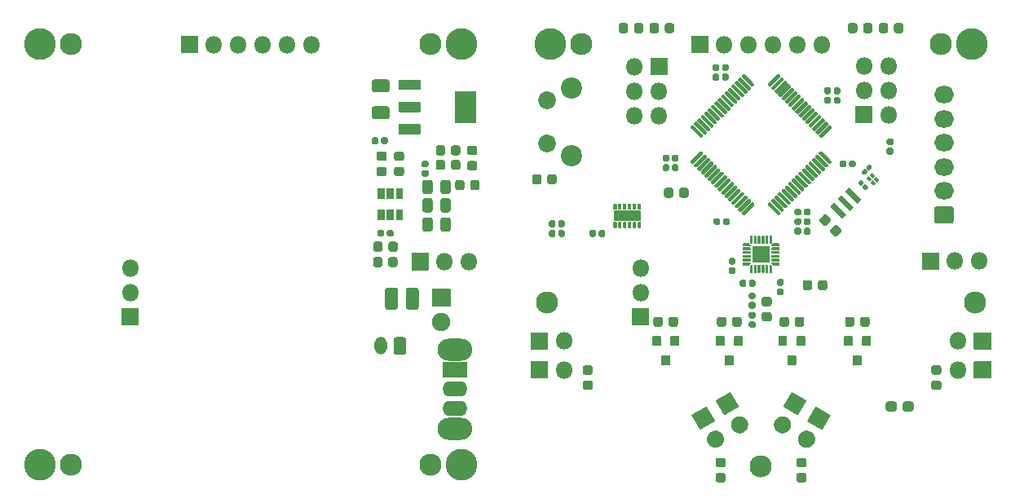
<source format=gbs>
G04 #@! TF.GenerationSoftware,KiCad,Pcbnew,5.1.7-a382d34a8~88~ubuntu18.04.1*
G04 #@! TF.CreationDate,2021-01-25T19:44:07+09:00*
G04 #@! TF.ProjectId,m5mouse,6d356d6f-7573-4652-9e6b-696361645f70,rev?*
G04 #@! TF.SameCoordinates,Original*
G04 #@! TF.FileFunction,Soldermask,Bot*
G04 #@! TF.FilePolarity,Negative*
%FSLAX46Y46*%
G04 Gerber Fmt 4.6, Leading zero omitted, Abs format (unit mm)*
G04 Created by KiCad (PCBNEW 5.1.7-a382d34a8~88~ubuntu18.04.1) date 2021-01-25 19:44:07*
%MOMM*%
%LPD*%
G01*
G04 APERTURE LIST*
%ADD10C,2.300000*%
%ADD11C,3.300000*%
%ADD12O,1.800000X1.800000*%
%ADD13C,0.152000*%
%ADD14C,1.900000*%
%ADD15O,2.050000X1.800000*%
%ADD16O,2.600000X1.600000*%
%ADD17O,3.600000X2.300000*%
%ADD18C,2.200000*%
%ADD19C,1.850000*%
%ADD20O,1.300000X1.850000*%
G04 APERTURE END LIST*
D10*
X158000000Y-137000000D03*
X139300000Y-93150000D03*
D11*
X136150000Y-93150000D03*
D10*
X176700000Y-93150000D03*
D11*
X179850000Y-93150000D03*
D10*
X123700000Y-136850000D03*
D11*
X126850000Y-136850000D03*
D10*
X86300000Y-136850000D03*
D11*
X83150000Y-136850000D03*
D10*
X86300000Y-93150000D03*
D11*
X83150000Y-93150000D03*
D10*
X123700000Y-93150000D03*
D11*
X126850000Y-93150000D03*
D10*
X180200000Y-120000000D03*
X135800000Y-120000000D03*
G36*
G01*
X118170000Y-112997500D02*
X118170000Y-112602500D01*
G75*
G02*
X118342500Y-112430000I172500J0D01*
G01*
X118687500Y-112430000D01*
G75*
G02*
X118860000Y-112602500I0J-172500D01*
G01*
X118860000Y-112997500D01*
G75*
G02*
X118687500Y-113170000I-172500J0D01*
G01*
X118342500Y-113170000D01*
G75*
G02*
X118170000Y-112997500I0J172500D01*
G01*
G37*
G36*
G01*
X119140000Y-112997500D02*
X119140000Y-112602500D01*
G75*
G02*
X119312500Y-112430000I172500J0D01*
G01*
X119657500Y-112430000D01*
G75*
G02*
X119830000Y-112602500I0J-172500D01*
G01*
X119830000Y-112997500D01*
G75*
G02*
X119657500Y-113170000I-172500J0D01*
G01*
X119312500Y-113170000D01*
G75*
G02*
X119140000Y-112997500I0J172500D01*
G01*
G37*
G36*
G01*
X123297500Y-105960000D02*
X122902500Y-105960000D01*
G75*
G02*
X122730000Y-105787500I0J172500D01*
G01*
X122730000Y-105442500D01*
G75*
G02*
X122902500Y-105270000I172500J0D01*
G01*
X123297500Y-105270000D01*
G75*
G02*
X123470000Y-105442500I0J-172500D01*
G01*
X123470000Y-105787500D01*
G75*
G02*
X123297500Y-105960000I-172500J0D01*
G01*
G37*
G36*
G01*
X123297500Y-106930000D02*
X122902500Y-106930000D01*
G75*
G02*
X122730000Y-106757500I0J172500D01*
G01*
X122730000Y-106412500D01*
G75*
G02*
X122902500Y-106240000I172500J0D01*
G01*
X123297500Y-106240000D01*
G75*
G02*
X123470000Y-106412500I0J-172500D01*
G01*
X123470000Y-106757500D01*
G75*
G02*
X123297500Y-106930000I-172500J0D01*
G01*
G37*
G36*
G01*
X165260000Y-98802500D02*
X165260000Y-99197500D01*
G75*
G02*
X165087500Y-99370000I-172500J0D01*
G01*
X164742500Y-99370000D01*
G75*
G02*
X164570000Y-99197500I0J172500D01*
G01*
X164570000Y-98802500D01*
G75*
G02*
X164742500Y-98630000I172500J0D01*
G01*
X165087500Y-98630000D01*
G75*
G02*
X165260000Y-98802500I0J-172500D01*
G01*
G37*
G36*
G01*
X166230000Y-98802500D02*
X166230000Y-99197500D01*
G75*
G02*
X166057500Y-99370000I-172500J0D01*
G01*
X165712500Y-99370000D01*
G75*
G02*
X165540000Y-99197500I0J172500D01*
G01*
X165540000Y-98802500D01*
G75*
G02*
X165712500Y-98630000I172500J0D01*
G01*
X166057500Y-98630000D01*
G75*
G02*
X166230000Y-98802500I0J-172500D01*
G01*
G37*
G36*
G01*
X154730000Y-111402500D02*
X154730000Y-111797500D01*
G75*
G02*
X154557500Y-111970000I-172500J0D01*
G01*
X154212500Y-111970000D01*
G75*
G02*
X154040000Y-111797500I0J172500D01*
G01*
X154040000Y-111402500D01*
G75*
G02*
X154212500Y-111230000I172500J0D01*
G01*
X154557500Y-111230000D01*
G75*
G02*
X154730000Y-111402500I0J-172500D01*
G01*
G37*
G36*
G01*
X153760000Y-111402500D02*
X153760000Y-111797500D01*
G75*
G02*
X153587500Y-111970000I-172500J0D01*
G01*
X153242500Y-111970000D01*
G75*
G02*
X153070000Y-111797500I0J172500D01*
G01*
X153070000Y-111402500D01*
G75*
G02*
X153242500Y-111230000I172500J0D01*
G01*
X153587500Y-111230000D01*
G75*
G02*
X153760000Y-111402500I0J-172500D01*
G01*
G37*
G36*
G01*
X147770000Y-105197500D02*
X147770000Y-104802500D01*
G75*
G02*
X147942500Y-104630000I172500J0D01*
G01*
X148287500Y-104630000D01*
G75*
G02*
X148460000Y-104802500I0J-172500D01*
G01*
X148460000Y-105197500D01*
G75*
G02*
X148287500Y-105370000I-172500J0D01*
G01*
X147942500Y-105370000D01*
G75*
G02*
X147770000Y-105197500I0J172500D01*
G01*
G37*
G36*
G01*
X148740000Y-105197500D02*
X148740000Y-104802500D01*
G75*
G02*
X148912500Y-104630000I172500J0D01*
G01*
X149257500Y-104630000D01*
G75*
G02*
X149430000Y-104802500I0J-172500D01*
G01*
X149430000Y-105197500D01*
G75*
G02*
X149257500Y-105370000I-172500J0D01*
G01*
X148912500Y-105370000D01*
G75*
G02*
X148740000Y-105197500I0J172500D01*
G01*
G37*
G36*
G01*
X153940000Y-95797500D02*
X153940000Y-95402500D01*
G75*
G02*
X154112500Y-95230000I172500J0D01*
G01*
X154457500Y-95230000D01*
G75*
G02*
X154630000Y-95402500I0J-172500D01*
G01*
X154630000Y-95797500D01*
G75*
G02*
X154457500Y-95970000I-172500J0D01*
G01*
X154112500Y-95970000D01*
G75*
G02*
X153940000Y-95797500I0J172500D01*
G01*
G37*
G36*
G01*
X152970000Y-95797500D02*
X152970000Y-95402500D01*
G75*
G02*
X153142500Y-95230000I172500J0D01*
G01*
X153487500Y-95230000D01*
G75*
G02*
X153660000Y-95402500I0J-172500D01*
G01*
X153660000Y-95797500D01*
G75*
G02*
X153487500Y-95970000I-172500J0D01*
G01*
X153142500Y-95970000D01*
G75*
G02*
X152970000Y-95797500I0J172500D01*
G01*
G37*
G36*
G01*
X164570000Y-98197500D02*
X164570000Y-97802500D01*
G75*
G02*
X164742500Y-97630000I172500J0D01*
G01*
X165087500Y-97630000D01*
G75*
G02*
X165260000Y-97802500I0J-172500D01*
G01*
X165260000Y-98197500D01*
G75*
G02*
X165087500Y-98370000I-172500J0D01*
G01*
X164742500Y-98370000D01*
G75*
G02*
X164570000Y-98197500I0J172500D01*
G01*
G37*
G36*
G01*
X165540000Y-98197500D02*
X165540000Y-97802500D01*
G75*
G02*
X165712500Y-97630000I172500J0D01*
G01*
X166057500Y-97630000D01*
G75*
G02*
X166230000Y-97802500I0J-172500D01*
G01*
X166230000Y-98197500D01*
G75*
G02*
X166057500Y-98370000I-172500J0D01*
G01*
X165712500Y-98370000D01*
G75*
G02*
X165540000Y-98197500I0J172500D01*
G01*
G37*
G36*
G01*
X163130000Y-110402500D02*
X163130000Y-110797500D01*
G75*
G02*
X162957500Y-110970000I-172500J0D01*
G01*
X162612500Y-110970000D01*
G75*
G02*
X162440000Y-110797500I0J172500D01*
G01*
X162440000Y-110402500D01*
G75*
G02*
X162612500Y-110230000I172500J0D01*
G01*
X162957500Y-110230000D01*
G75*
G02*
X163130000Y-110402500I0J-172500D01*
G01*
G37*
G36*
G01*
X162160000Y-110402500D02*
X162160000Y-110797500D01*
G75*
G02*
X161987500Y-110970000I-172500J0D01*
G01*
X161642500Y-110970000D01*
G75*
G02*
X161470000Y-110797500I0J172500D01*
G01*
X161470000Y-110402500D01*
G75*
G02*
X161642500Y-110230000I172500J0D01*
G01*
X161987500Y-110230000D01*
G75*
G02*
X162160000Y-110402500I0J-172500D01*
G01*
G37*
G36*
G01*
X163130000Y-111402500D02*
X163130000Y-111797500D01*
G75*
G02*
X162957500Y-111970000I-172500J0D01*
G01*
X162612500Y-111970000D01*
G75*
G02*
X162440000Y-111797500I0J172500D01*
G01*
X162440000Y-111402500D01*
G75*
G02*
X162612500Y-111230000I172500J0D01*
G01*
X162957500Y-111230000D01*
G75*
G02*
X163130000Y-111402500I0J-172500D01*
G01*
G37*
G36*
G01*
X162160000Y-111402500D02*
X162160000Y-111797500D01*
G75*
G02*
X161987500Y-111970000I-172500J0D01*
G01*
X161642500Y-111970000D01*
G75*
G02*
X161470000Y-111797500I0J172500D01*
G01*
X161470000Y-111402500D01*
G75*
G02*
X161642500Y-111230000I172500J0D01*
G01*
X161987500Y-111230000D01*
G75*
G02*
X162160000Y-111402500I0J-172500D01*
G01*
G37*
G36*
G01*
X163130000Y-112402500D02*
X163130000Y-112797500D01*
G75*
G02*
X162957500Y-112970000I-172500J0D01*
G01*
X162612500Y-112970000D01*
G75*
G02*
X162440000Y-112797500I0J172500D01*
G01*
X162440000Y-112402500D01*
G75*
G02*
X162612500Y-112230000I172500J0D01*
G01*
X162957500Y-112230000D01*
G75*
G02*
X163130000Y-112402500I0J-172500D01*
G01*
G37*
G36*
G01*
X162160000Y-112402500D02*
X162160000Y-112797500D01*
G75*
G02*
X161987500Y-112970000I-172500J0D01*
G01*
X161642500Y-112970000D01*
G75*
G02*
X161470000Y-112797500I0J172500D01*
G01*
X161470000Y-112402500D01*
G75*
G02*
X161642500Y-112230000I172500J0D01*
G01*
X161987500Y-112230000D01*
G75*
G02*
X162160000Y-112402500I0J-172500D01*
G01*
G37*
G36*
G01*
X156876500Y-119940000D02*
X157271500Y-119940000D01*
G75*
G02*
X157444000Y-120112500I0J-172500D01*
G01*
X157444000Y-120457500D01*
G75*
G02*
X157271500Y-120630000I-172500J0D01*
G01*
X156876500Y-120630000D01*
G75*
G02*
X156704000Y-120457500I0J172500D01*
G01*
X156704000Y-120112500D01*
G75*
G02*
X156876500Y-119940000I172500J0D01*
G01*
G37*
G36*
G01*
X156876500Y-118970000D02*
X157271500Y-118970000D01*
G75*
G02*
X157444000Y-119142500I0J-172500D01*
G01*
X157444000Y-119487500D01*
G75*
G02*
X157271500Y-119660000I-172500J0D01*
G01*
X156876500Y-119660000D01*
G75*
G02*
X156704000Y-119487500I0J172500D01*
G01*
X156704000Y-119142500D01*
G75*
G02*
X156876500Y-118970000I172500J0D01*
G01*
G37*
G36*
G01*
X157271500Y-121660000D02*
X156876500Y-121660000D01*
G75*
G02*
X156704000Y-121487500I0J172500D01*
G01*
X156704000Y-121142500D01*
G75*
G02*
X156876500Y-120970000I172500J0D01*
G01*
X157271500Y-120970000D01*
G75*
G02*
X157444000Y-121142500I0J-172500D01*
G01*
X157444000Y-121487500D01*
G75*
G02*
X157271500Y-121660000I-172500J0D01*
G01*
G37*
G36*
G01*
X157271500Y-122630000D02*
X156876500Y-122630000D01*
G75*
G02*
X156704000Y-122457500I0J172500D01*
G01*
X156704000Y-122112500D01*
G75*
G02*
X156876500Y-121940000I172500J0D01*
G01*
X157271500Y-121940000D01*
G75*
G02*
X157444000Y-122112500I0J-172500D01*
G01*
X157444000Y-122457500D01*
G75*
G02*
X157271500Y-122630000I-172500J0D01*
G01*
G37*
G36*
G01*
X136940000Y-112021500D02*
X136940000Y-111626500D01*
G75*
G02*
X137112500Y-111454000I172500J0D01*
G01*
X137457500Y-111454000D01*
G75*
G02*
X137630000Y-111626500I0J-172500D01*
G01*
X137630000Y-112021500D01*
G75*
G02*
X137457500Y-112194000I-172500J0D01*
G01*
X137112500Y-112194000D01*
G75*
G02*
X136940000Y-112021500I0J172500D01*
G01*
G37*
G36*
G01*
X135970000Y-112021500D02*
X135970000Y-111626500D01*
G75*
G02*
X136142500Y-111454000I172500J0D01*
G01*
X136487500Y-111454000D01*
G75*
G02*
X136660000Y-111626500I0J-172500D01*
G01*
X136660000Y-112021500D01*
G75*
G02*
X136487500Y-112194000I-172500J0D01*
G01*
X136142500Y-112194000D01*
G75*
G02*
X135970000Y-112021500I0J172500D01*
G01*
G37*
G36*
G01*
X140860000Y-112624500D02*
X140860000Y-113019500D01*
G75*
G02*
X140687500Y-113192000I-172500J0D01*
G01*
X140342500Y-113192000D01*
G75*
G02*
X140170000Y-113019500I0J172500D01*
G01*
X140170000Y-112624500D01*
G75*
G02*
X140342500Y-112452000I172500J0D01*
G01*
X140687500Y-112452000D01*
G75*
G02*
X140860000Y-112624500I0J-172500D01*
G01*
G37*
G36*
G01*
X141830000Y-112624500D02*
X141830000Y-113019500D01*
G75*
G02*
X141657500Y-113192000I-172500J0D01*
G01*
X141312500Y-113192000D01*
G75*
G02*
X141140000Y-113019500I0J172500D01*
G01*
X141140000Y-112624500D01*
G75*
G02*
X141312500Y-112452000I172500J0D01*
G01*
X141657500Y-112452000D01*
G75*
G02*
X141830000Y-112624500I0J-172500D01*
G01*
G37*
G36*
G01*
X171202500Y-102970000D02*
X171597500Y-102970000D01*
G75*
G02*
X171770000Y-103142500I0J-172500D01*
G01*
X171770000Y-103487500D01*
G75*
G02*
X171597500Y-103660000I-172500J0D01*
G01*
X171202500Y-103660000D01*
G75*
G02*
X171030000Y-103487500I0J172500D01*
G01*
X171030000Y-103142500D01*
G75*
G02*
X171202500Y-102970000I172500J0D01*
G01*
G37*
G36*
G01*
X171202500Y-103940000D02*
X171597500Y-103940000D01*
G75*
G02*
X171770000Y-104112500I0J-172500D01*
G01*
X171770000Y-104457500D01*
G75*
G02*
X171597500Y-104630000I-172500J0D01*
G01*
X171202500Y-104630000D01*
G75*
G02*
X171030000Y-104457500I0J172500D01*
G01*
X171030000Y-104112500D01*
G75*
G02*
X171202500Y-103940000I172500J0D01*
G01*
G37*
G36*
G01*
X148460000Y-105802500D02*
X148460000Y-106197500D01*
G75*
G02*
X148287500Y-106370000I-172500J0D01*
G01*
X147942500Y-106370000D01*
G75*
G02*
X147770000Y-106197500I0J172500D01*
G01*
X147770000Y-105802500D01*
G75*
G02*
X147942500Y-105630000I172500J0D01*
G01*
X148287500Y-105630000D01*
G75*
G02*
X148460000Y-105802500I0J-172500D01*
G01*
G37*
G36*
G01*
X149430000Y-105802500D02*
X149430000Y-106197500D01*
G75*
G02*
X149257500Y-106370000I-172500J0D01*
G01*
X148912500Y-106370000D01*
G75*
G02*
X148740000Y-106197500I0J172500D01*
G01*
X148740000Y-105802500D01*
G75*
G02*
X148912500Y-105630000I172500J0D01*
G01*
X149257500Y-105630000D01*
G75*
G02*
X149430000Y-105802500I0J-172500D01*
G01*
G37*
G36*
G01*
X154630000Y-96402500D02*
X154630000Y-96797500D01*
G75*
G02*
X154457500Y-96970000I-172500J0D01*
G01*
X154112500Y-96970000D01*
G75*
G02*
X153940000Y-96797500I0J172500D01*
G01*
X153940000Y-96402500D01*
G75*
G02*
X154112500Y-96230000I172500J0D01*
G01*
X154457500Y-96230000D01*
G75*
G02*
X154630000Y-96402500I0J-172500D01*
G01*
G37*
G36*
G01*
X153660000Y-96402500D02*
X153660000Y-96797500D01*
G75*
G02*
X153487500Y-96970000I-172500J0D01*
G01*
X153142500Y-96970000D01*
G75*
G02*
X152970000Y-96797500I0J172500D01*
G01*
X152970000Y-96402500D01*
G75*
G02*
X153142500Y-96230000I172500J0D01*
G01*
X153487500Y-96230000D01*
G75*
G02*
X153660000Y-96402500I0J-172500D01*
G01*
G37*
G36*
G01*
X135970000Y-113021500D02*
X135970000Y-112626500D01*
G75*
G02*
X136142500Y-112454000I172500J0D01*
G01*
X136487500Y-112454000D01*
G75*
G02*
X136660000Y-112626500I0J-172500D01*
G01*
X136660000Y-113021500D01*
G75*
G02*
X136487500Y-113194000I-172500J0D01*
G01*
X136142500Y-113194000D01*
G75*
G02*
X135970000Y-113021500I0J172500D01*
G01*
G37*
G36*
G01*
X136940000Y-113021500D02*
X136940000Y-112626500D01*
G75*
G02*
X137112500Y-112454000I172500J0D01*
G01*
X137457500Y-112454000D01*
G75*
G02*
X137630000Y-112626500I0J-172500D01*
G01*
X137630000Y-113021500D01*
G75*
G02*
X137457500Y-113194000I-172500J0D01*
G01*
X137112500Y-113194000D01*
G75*
G02*
X136940000Y-113021500I0J172500D01*
G01*
G37*
G36*
G01*
X118260000Y-103002500D02*
X118260000Y-103397500D01*
G75*
G02*
X118087500Y-103570000I-172500J0D01*
G01*
X117742500Y-103570000D01*
G75*
G02*
X117570000Y-103397500I0J172500D01*
G01*
X117570000Y-103002500D01*
G75*
G02*
X117742500Y-102830000I172500J0D01*
G01*
X118087500Y-102830000D01*
G75*
G02*
X118260000Y-103002500I0J-172500D01*
G01*
G37*
G36*
G01*
X119230000Y-103002500D02*
X119230000Y-103397500D01*
G75*
G02*
X119057500Y-103570000I-172500J0D01*
G01*
X118712500Y-103570000D01*
G75*
G02*
X118540000Y-103397500I0J172500D01*
G01*
X118540000Y-103002500D01*
G75*
G02*
X118712500Y-102830000I172500J0D01*
G01*
X119057500Y-102830000D01*
G75*
G02*
X119230000Y-103002500I0J-172500D01*
G01*
G37*
G36*
G01*
X167140000Y-105797500D02*
X167140000Y-105402500D01*
G75*
G02*
X167312500Y-105230000I172500J0D01*
G01*
X167657500Y-105230000D01*
G75*
G02*
X167830000Y-105402500I0J-172500D01*
G01*
X167830000Y-105797500D01*
G75*
G02*
X167657500Y-105970000I-172500J0D01*
G01*
X167312500Y-105970000D01*
G75*
G02*
X167140000Y-105797500I0J172500D01*
G01*
G37*
G36*
G01*
X166170000Y-105797500D02*
X166170000Y-105402500D01*
G75*
G02*
X166342500Y-105230000I172500J0D01*
G01*
X166687500Y-105230000D01*
G75*
G02*
X166860000Y-105402500I0J-172500D01*
G01*
X166860000Y-105797500D01*
G75*
G02*
X166687500Y-105970000I-172500J0D01*
G01*
X166342500Y-105970000D01*
G75*
G02*
X166170000Y-105797500I0J172500D01*
G01*
G37*
G36*
G01*
X170225000Y-91781250D02*
X170225000Y-91218750D01*
G75*
G02*
X170468750Y-90975000I243750J0D01*
G01*
X170956250Y-90975000D01*
G75*
G02*
X171200000Y-91218750I0J-243750D01*
G01*
X171200000Y-91781250D01*
G75*
G02*
X170956250Y-92025000I-243750J0D01*
G01*
X170468750Y-92025000D01*
G75*
G02*
X170225000Y-91781250I0J243750D01*
G01*
G37*
G36*
G01*
X171800000Y-91781250D02*
X171800000Y-91218750D01*
G75*
G02*
X172043750Y-90975000I243750J0D01*
G01*
X172531250Y-90975000D01*
G75*
G02*
X172775000Y-91218750I0J-243750D01*
G01*
X172775000Y-91781250D01*
G75*
G02*
X172531250Y-92025000I-243750J0D01*
G01*
X172043750Y-92025000D01*
G75*
G02*
X171800000Y-91781250I0J243750D01*
G01*
G37*
G36*
G01*
X145775000Y-91218750D02*
X145775000Y-91781250D01*
G75*
G02*
X145531250Y-92025000I-243750J0D01*
G01*
X145043750Y-92025000D01*
G75*
G02*
X144800000Y-91781250I0J243750D01*
G01*
X144800000Y-91218750D01*
G75*
G02*
X145043750Y-90975000I243750J0D01*
G01*
X145531250Y-90975000D01*
G75*
G02*
X145775000Y-91218750I0J-243750D01*
G01*
G37*
G36*
G01*
X144200000Y-91218750D02*
X144200000Y-91781250D01*
G75*
G02*
X143956250Y-92025000I-243750J0D01*
G01*
X143468750Y-92025000D01*
G75*
G02*
X143225000Y-91781250I0J243750D01*
G01*
X143225000Y-91218750D01*
G75*
G02*
X143468750Y-90975000I243750J0D01*
G01*
X143956250Y-90975000D01*
G75*
G02*
X144200000Y-91218750I0J-243750D01*
G01*
G37*
G36*
G01*
X128375000Y-101375000D02*
X126225000Y-101375000D01*
G75*
G02*
X126175000Y-101325000I0J50000D01*
G01*
X126175000Y-98075000D01*
G75*
G02*
X126225000Y-98025000I50000J0D01*
G01*
X128375000Y-98025000D01*
G75*
G02*
X128425000Y-98075000I0J-50000D01*
G01*
X128425000Y-101325000D01*
G75*
G02*
X128375000Y-101375000I-50000J0D01*
G01*
G37*
G36*
G01*
X122575000Y-100225000D02*
X120425000Y-100225000D01*
G75*
G02*
X120375000Y-100175000I0J50000D01*
G01*
X120375000Y-99225000D01*
G75*
G02*
X120425000Y-99175000I50000J0D01*
G01*
X122575000Y-99175000D01*
G75*
G02*
X122625000Y-99225000I0J-50000D01*
G01*
X122625000Y-100175000D01*
G75*
G02*
X122575000Y-100225000I-50000J0D01*
G01*
G37*
G36*
G01*
X122575000Y-102525000D02*
X120425000Y-102525000D01*
G75*
G02*
X120375000Y-102475000I0J50000D01*
G01*
X120375000Y-101525000D01*
G75*
G02*
X120425000Y-101475000I50000J0D01*
G01*
X122575000Y-101475000D01*
G75*
G02*
X122625000Y-101525000I0J-50000D01*
G01*
X122625000Y-102475000D01*
G75*
G02*
X122575000Y-102525000I-50000J0D01*
G01*
G37*
G36*
G01*
X122575000Y-97925000D02*
X120425000Y-97925000D01*
G75*
G02*
X120375000Y-97875000I0J50000D01*
G01*
X120375000Y-96925000D01*
G75*
G02*
X120425000Y-96875000I50000J0D01*
G01*
X122575000Y-96875000D01*
G75*
G02*
X122625000Y-96925000I0J-50000D01*
G01*
X122625000Y-97875000D01*
G75*
G02*
X122575000Y-97925000I-50000J0D01*
G01*
G37*
D12*
X171240000Y-95420000D03*
X168700000Y-95420000D03*
X171240000Y-97960000D03*
X168700000Y-97960000D03*
X171240000Y-100500000D03*
G36*
G01*
X167800000Y-101350000D02*
X167800000Y-99650000D01*
G75*
G02*
X167850000Y-99600000I50000J0D01*
G01*
X169550000Y-99600000D01*
G75*
G02*
X169600000Y-99650000I0J-50000D01*
G01*
X169600000Y-101350000D01*
G75*
G02*
X169550000Y-101400000I-50000J0D01*
G01*
X167850000Y-101400000D01*
G75*
G02*
X167800000Y-101350000I0J50000D01*
G01*
G37*
G36*
G01*
X148300000Y-94650000D02*
X148300000Y-96350000D01*
G75*
G02*
X148250000Y-96400000I-50000J0D01*
G01*
X146550000Y-96400000D01*
G75*
G02*
X146500000Y-96350000I0J50000D01*
G01*
X146500000Y-94650000D01*
G75*
G02*
X146550000Y-94600000I50000J0D01*
G01*
X148250000Y-94600000D01*
G75*
G02*
X148300000Y-94650000I0J-50000D01*
G01*
G37*
X144860000Y-95500000D03*
X147400000Y-98040000D03*
X144860000Y-98040000D03*
X147400000Y-100580000D03*
X144860000Y-100580000D03*
G36*
G01*
X97800000Y-92300000D02*
X99500000Y-92300000D01*
G75*
G02*
X99550000Y-92350000I0J-50000D01*
G01*
X99550000Y-94050000D01*
G75*
G02*
X99500000Y-94100000I-50000J0D01*
G01*
X97800000Y-94100000D01*
G75*
G02*
X97750000Y-94050000I0J50000D01*
G01*
X97750000Y-92350000D01*
G75*
G02*
X97800000Y-92300000I50000J0D01*
G01*
G37*
X101190000Y-93200000D03*
X103730000Y-93200000D03*
X106270000Y-93200000D03*
X108810000Y-93200000D03*
X111350000Y-93200000D03*
G36*
G01*
X152500000Y-94100000D02*
X150800000Y-94100000D01*
G75*
G02*
X150750000Y-94050000I0J50000D01*
G01*
X150750000Y-92350000D01*
G75*
G02*
X150800000Y-92300000I50000J0D01*
G01*
X152500000Y-92300000D01*
G75*
G02*
X152550000Y-92350000I0J-50000D01*
G01*
X152550000Y-94050000D01*
G75*
G02*
X152500000Y-94100000I-50000J0D01*
G01*
G37*
X154190000Y-93200000D03*
X156730000Y-93200000D03*
X159270000Y-93200000D03*
X161810000Y-93200000D03*
X164350000Y-93200000D03*
G36*
G01*
X118950000Y-120480000D02*
X118950000Y-118720000D01*
G75*
G02*
X119220000Y-118450000I270000J0D01*
G01*
X120030000Y-118450000D01*
G75*
G02*
X120300000Y-118720000I0J-270000D01*
G01*
X120300000Y-120480000D01*
G75*
G02*
X120030000Y-120750000I-270000J0D01*
G01*
X119220000Y-120750000D01*
G75*
G02*
X118950000Y-120480000I0J270000D01*
G01*
G37*
G36*
G01*
X121100000Y-120480000D02*
X121100000Y-118720000D01*
G75*
G02*
X121370000Y-118450000I270000J0D01*
G01*
X122180000Y-118450000D01*
G75*
G02*
X122450000Y-118720000I0J-270000D01*
G01*
X122450000Y-120480000D01*
G75*
G02*
X122180000Y-120750000I-270000J0D01*
G01*
X121370000Y-120750000D01*
G75*
G02*
X121100000Y-120480000I0J270000D01*
G01*
G37*
G36*
G01*
X166650000Y-123500000D02*
X167450000Y-123500000D01*
G75*
G02*
X167500000Y-123550000I0J-50000D01*
G01*
X167500000Y-124450000D01*
G75*
G02*
X167450000Y-124500000I-50000J0D01*
G01*
X166650000Y-124500000D01*
G75*
G02*
X166600000Y-124450000I0J50000D01*
G01*
X166600000Y-123550000D01*
G75*
G02*
X166650000Y-123500000I50000J0D01*
G01*
G37*
G36*
G01*
X168550000Y-123500000D02*
X169350000Y-123500000D01*
G75*
G02*
X169400000Y-123550000I0J-50000D01*
G01*
X169400000Y-124450000D01*
G75*
G02*
X169350000Y-124500000I-50000J0D01*
G01*
X168550000Y-124500000D01*
G75*
G02*
X168500000Y-124450000I0J50000D01*
G01*
X168500000Y-123550000D01*
G75*
G02*
X168550000Y-123500000I50000J0D01*
G01*
G37*
G36*
G01*
X167600000Y-125500000D02*
X168400000Y-125500000D01*
G75*
G02*
X168450000Y-125550000I0J-50000D01*
G01*
X168450000Y-126450000D01*
G75*
G02*
X168400000Y-126500000I-50000J0D01*
G01*
X167600000Y-126500000D01*
G75*
G02*
X167550000Y-126450000I0J50000D01*
G01*
X167550000Y-125550000D01*
G75*
G02*
X167600000Y-125500000I50000J0D01*
G01*
G37*
G36*
G01*
X160800000Y-125500000D02*
X161600000Y-125500000D01*
G75*
G02*
X161650000Y-125550000I0J-50000D01*
G01*
X161650000Y-126450000D01*
G75*
G02*
X161600000Y-126500000I-50000J0D01*
G01*
X160800000Y-126500000D01*
G75*
G02*
X160750000Y-126450000I0J50000D01*
G01*
X160750000Y-125550000D01*
G75*
G02*
X160800000Y-125500000I50000J0D01*
G01*
G37*
G36*
G01*
X161750000Y-123500000D02*
X162550000Y-123500000D01*
G75*
G02*
X162600000Y-123550000I0J-50000D01*
G01*
X162600000Y-124450000D01*
G75*
G02*
X162550000Y-124500000I-50000J0D01*
G01*
X161750000Y-124500000D01*
G75*
G02*
X161700000Y-124450000I0J50000D01*
G01*
X161700000Y-123550000D01*
G75*
G02*
X161750000Y-123500000I50000J0D01*
G01*
G37*
G36*
G01*
X159850000Y-123500000D02*
X160650000Y-123500000D01*
G75*
G02*
X160700000Y-123550000I0J-50000D01*
G01*
X160700000Y-124450000D01*
G75*
G02*
X160650000Y-124500000I-50000J0D01*
G01*
X159850000Y-124500000D01*
G75*
G02*
X159800000Y-124450000I0J50000D01*
G01*
X159800000Y-123550000D01*
G75*
G02*
X159850000Y-123500000I50000J0D01*
G01*
G37*
G36*
G01*
X153350000Y-123500000D02*
X154150000Y-123500000D01*
G75*
G02*
X154200000Y-123550000I0J-50000D01*
G01*
X154200000Y-124450000D01*
G75*
G02*
X154150000Y-124500000I-50000J0D01*
G01*
X153350000Y-124500000D01*
G75*
G02*
X153300000Y-124450000I0J50000D01*
G01*
X153300000Y-123550000D01*
G75*
G02*
X153350000Y-123500000I50000J0D01*
G01*
G37*
G36*
G01*
X155250000Y-123500000D02*
X156050000Y-123500000D01*
G75*
G02*
X156100000Y-123550000I0J-50000D01*
G01*
X156100000Y-124450000D01*
G75*
G02*
X156050000Y-124500000I-50000J0D01*
G01*
X155250000Y-124500000D01*
G75*
G02*
X155200000Y-124450000I0J50000D01*
G01*
X155200000Y-123550000D01*
G75*
G02*
X155250000Y-123500000I50000J0D01*
G01*
G37*
G36*
G01*
X154300000Y-125500000D02*
X155100000Y-125500000D01*
G75*
G02*
X155150000Y-125550000I0J-50000D01*
G01*
X155150000Y-126450000D01*
G75*
G02*
X155100000Y-126500000I-50000J0D01*
G01*
X154300000Y-126500000D01*
G75*
G02*
X154250000Y-126450000I0J50000D01*
G01*
X154250000Y-125550000D01*
G75*
G02*
X154300000Y-125500000I50000J0D01*
G01*
G37*
G36*
G01*
X147700000Y-125500000D02*
X148500000Y-125500000D01*
G75*
G02*
X148550000Y-125550000I0J-50000D01*
G01*
X148550000Y-126450000D01*
G75*
G02*
X148500000Y-126500000I-50000J0D01*
G01*
X147700000Y-126500000D01*
G75*
G02*
X147650000Y-126450000I0J50000D01*
G01*
X147650000Y-125550000D01*
G75*
G02*
X147700000Y-125500000I50000J0D01*
G01*
G37*
G36*
G01*
X148650000Y-123500000D02*
X149450000Y-123500000D01*
G75*
G02*
X149500000Y-123550000I0J-50000D01*
G01*
X149500000Y-124450000D01*
G75*
G02*
X149450000Y-124500000I-50000J0D01*
G01*
X148650000Y-124500000D01*
G75*
G02*
X148600000Y-124450000I0J50000D01*
G01*
X148600000Y-123550000D01*
G75*
G02*
X148650000Y-123500000I50000J0D01*
G01*
G37*
G36*
G01*
X146750000Y-123500000D02*
X147550000Y-123500000D01*
G75*
G02*
X147600000Y-123550000I0J-50000D01*
G01*
X147600000Y-124450000D01*
G75*
G02*
X147550000Y-124500000I-50000J0D01*
G01*
X146750000Y-124500000D01*
G75*
G02*
X146700000Y-124450000I0J50000D01*
G01*
X146700000Y-123550000D01*
G75*
G02*
X146750000Y-123500000I50000J0D01*
G01*
G37*
G36*
G01*
X125200000Y-105418750D02*
X125200000Y-105981250D01*
G75*
G02*
X124956250Y-106225000I-243750J0D01*
G01*
X124468750Y-106225000D01*
G75*
G02*
X124225000Y-105981250I0J243750D01*
G01*
X124225000Y-105418750D01*
G75*
G02*
X124468750Y-105175000I243750J0D01*
G01*
X124956250Y-105175000D01*
G75*
G02*
X125200000Y-105418750I0J-243750D01*
G01*
G37*
G36*
G01*
X126775000Y-105418750D02*
X126775000Y-105981250D01*
G75*
G02*
X126531250Y-106225000I-243750J0D01*
G01*
X126043750Y-106225000D01*
G75*
G02*
X125800000Y-105981250I0J243750D01*
G01*
X125800000Y-105418750D01*
G75*
G02*
X126043750Y-105175000I243750J0D01*
G01*
X126531250Y-105175000D01*
G75*
G02*
X126775000Y-105418750I0J-243750D01*
G01*
G37*
G36*
G01*
X120118750Y-104325000D02*
X120681250Y-104325000D01*
G75*
G02*
X120925000Y-104568750I0J-243750D01*
G01*
X120925000Y-105056250D01*
G75*
G02*
X120681250Y-105300000I-243750J0D01*
G01*
X120118750Y-105300000D01*
G75*
G02*
X119875000Y-105056250I0J243750D01*
G01*
X119875000Y-104568750D01*
G75*
G02*
X120118750Y-104325000I243750J0D01*
G01*
G37*
G36*
G01*
X120118750Y-105900000D02*
X120681250Y-105900000D01*
G75*
G02*
X120925000Y-106143750I0J-243750D01*
G01*
X120925000Y-106631250D01*
G75*
G02*
X120681250Y-106875000I-243750J0D01*
G01*
X120118750Y-106875000D01*
G75*
G02*
X119875000Y-106631250I0J243750D01*
G01*
X119875000Y-106143750D01*
G75*
G02*
X120118750Y-105900000I243750J0D01*
G01*
G37*
G36*
G01*
X118881250Y-105300000D02*
X118318750Y-105300000D01*
G75*
G02*
X118075000Y-105056250I0J243750D01*
G01*
X118075000Y-104568750D01*
G75*
G02*
X118318750Y-104325000I243750J0D01*
G01*
X118881250Y-104325000D01*
G75*
G02*
X119125000Y-104568750I0J-243750D01*
G01*
X119125000Y-105056250D01*
G75*
G02*
X118881250Y-105300000I-243750J0D01*
G01*
G37*
G36*
G01*
X118881250Y-106875000D02*
X118318750Y-106875000D01*
G75*
G02*
X118075000Y-106631250I0J243750D01*
G01*
X118075000Y-106143750D01*
G75*
G02*
X118318750Y-105900000I243750J0D01*
G01*
X118881250Y-105900000D01*
G75*
G02*
X119125000Y-106143750I0J-243750D01*
G01*
X119125000Y-106631250D01*
G75*
G02*
X118881250Y-106875000I-243750J0D01*
G01*
G37*
G36*
G01*
X164099565Y-111297313D02*
X164497313Y-110899565D01*
G75*
G02*
X164842027Y-110899565I172357J-172357D01*
G01*
X165186741Y-111244279D01*
G75*
G02*
X165186741Y-111588993I-172357J-172357D01*
G01*
X164788993Y-111986741D01*
G75*
G02*
X164444279Y-111986741I-172357J172357D01*
G01*
X164099565Y-111642027D01*
G75*
G02*
X164099565Y-111297313I172357J172357D01*
G01*
G37*
G36*
G01*
X165213259Y-112411007D02*
X165611007Y-112013259D01*
G75*
G02*
X165955721Y-112013259I172357J-172357D01*
G01*
X166300435Y-112357973D01*
G75*
G02*
X166300435Y-112702687I-172357J-172357D01*
G01*
X165902687Y-113100435D01*
G75*
G02*
X165557973Y-113100435I-172357J172357D01*
G01*
X165213259Y-112755721D01*
G75*
G02*
X165213259Y-112411007I172357J172357D01*
G01*
G37*
G36*
G01*
X158863250Y-120396000D02*
X158300750Y-120396000D01*
G75*
G02*
X158057000Y-120152250I0J243750D01*
G01*
X158057000Y-119664750D01*
G75*
G02*
X158300750Y-119421000I243750J0D01*
G01*
X158863250Y-119421000D01*
G75*
G02*
X159107000Y-119664750I0J-243750D01*
G01*
X159107000Y-120152250D01*
G75*
G02*
X158863250Y-120396000I-243750J0D01*
G01*
G37*
G36*
G01*
X158863250Y-121971000D02*
X158300750Y-121971000D01*
G75*
G02*
X158057000Y-121727250I0J243750D01*
G01*
X158057000Y-121239750D01*
G75*
G02*
X158300750Y-120996000I243750J0D01*
G01*
X158863250Y-120996000D01*
G75*
G02*
X159107000Y-121239750I0J-243750D01*
G01*
X159107000Y-121727250D01*
G75*
G02*
X158863250Y-121971000I-243750J0D01*
G01*
G37*
G36*
G01*
X166725000Y-122281250D02*
X166725000Y-121718750D01*
G75*
G02*
X166968750Y-121475000I243750J0D01*
G01*
X167456250Y-121475000D01*
G75*
G02*
X167700000Y-121718750I0J-243750D01*
G01*
X167700000Y-122281250D01*
G75*
G02*
X167456250Y-122525000I-243750J0D01*
G01*
X166968750Y-122525000D01*
G75*
G02*
X166725000Y-122281250I0J243750D01*
G01*
G37*
G36*
G01*
X168300000Y-122281250D02*
X168300000Y-121718750D01*
G75*
G02*
X168543750Y-121475000I243750J0D01*
G01*
X169031250Y-121475000D01*
G75*
G02*
X169275000Y-121718750I0J-243750D01*
G01*
X169275000Y-122281250D01*
G75*
G02*
X169031250Y-122525000I-243750J0D01*
G01*
X168543750Y-122525000D01*
G75*
G02*
X168300000Y-122281250I0J243750D01*
G01*
G37*
G36*
G01*
X175918750Y-126525000D02*
X176481250Y-126525000D01*
G75*
G02*
X176725000Y-126768750I0J-243750D01*
G01*
X176725000Y-127256250D01*
G75*
G02*
X176481250Y-127500000I-243750J0D01*
G01*
X175918750Y-127500000D01*
G75*
G02*
X175675000Y-127256250I0J243750D01*
G01*
X175675000Y-126768750D01*
G75*
G02*
X175918750Y-126525000I243750J0D01*
G01*
G37*
G36*
G01*
X175918750Y-128100000D02*
X176481250Y-128100000D01*
G75*
G02*
X176725000Y-128343750I0J-243750D01*
G01*
X176725000Y-128831250D01*
G75*
G02*
X176481250Y-129075000I-243750J0D01*
G01*
X175918750Y-129075000D01*
G75*
G02*
X175675000Y-128831250I0J243750D01*
G01*
X175675000Y-128343750D01*
G75*
G02*
X175918750Y-128100000I243750J0D01*
G01*
G37*
G36*
G01*
X161500000Y-122281250D02*
X161500000Y-121718750D01*
G75*
G02*
X161743750Y-121475000I243750J0D01*
G01*
X162231250Y-121475000D01*
G75*
G02*
X162475000Y-121718750I0J-243750D01*
G01*
X162475000Y-122281250D01*
G75*
G02*
X162231250Y-122525000I-243750J0D01*
G01*
X161743750Y-122525000D01*
G75*
G02*
X161500000Y-122281250I0J243750D01*
G01*
G37*
G36*
G01*
X159925000Y-122281250D02*
X159925000Y-121718750D01*
G75*
G02*
X160168750Y-121475000I243750J0D01*
G01*
X160656250Y-121475000D01*
G75*
G02*
X160900000Y-121718750I0J-243750D01*
G01*
X160900000Y-122281250D01*
G75*
G02*
X160656250Y-122525000I-243750J0D01*
G01*
X160168750Y-122525000D01*
G75*
G02*
X159925000Y-122281250I0J243750D01*
G01*
G37*
G36*
G01*
X161918750Y-136125000D02*
X162481250Y-136125000D01*
G75*
G02*
X162725000Y-136368750I0J-243750D01*
G01*
X162725000Y-136856250D01*
G75*
G02*
X162481250Y-137100000I-243750J0D01*
G01*
X161918750Y-137100000D01*
G75*
G02*
X161675000Y-136856250I0J243750D01*
G01*
X161675000Y-136368750D01*
G75*
G02*
X161918750Y-136125000I243750J0D01*
G01*
G37*
G36*
G01*
X161918750Y-137700000D02*
X162481250Y-137700000D01*
G75*
G02*
X162725000Y-137943750I0J-243750D01*
G01*
X162725000Y-138431250D01*
G75*
G02*
X162481250Y-138675000I-243750J0D01*
G01*
X161918750Y-138675000D01*
G75*
G02*
X161675000Y-138431250I0J243750D01*
G01*
X161675000Y-137943750D01*
G75*
G02*
X161918750Y-137700000I243750J0D01*
G01*
G37*
G36*
G01*
X155000000Y-122281250D02*
X155000000Y-121718750D01*
G75*
G02*
X155243750Y-121475000I243750J0D01*
G01*
X155731250Y-121475000D01*
G75*
G02*
X155975000Y-121718750I0J-243750D01*
G01*
X155975000Y-122281250D01*
G75*
G02*
X155731250Y-122525000I-243750J0D01*
G01*
X155243750Y-122525000D01*
G75*
G02*
X155000000Y-122281250I0J243750D01*
G01*
G37*
G36*
G01*
X153425000Y-122281250D02*
X153425000Y-121718750D01*
G75*
G02*
X153668750Y-121475000I243750J0D01*
G01*
X154156250Y-121475000D01*
G75*
G02*
X154400000Y-121718750I0J-243750D01*
G01*
X154400000Y-122281250D01*
G75*
G02*
X154156250Y-122525000I-243750J0D01*
G01*
X153668750Y-122525000D01*
G75*
G02*
X153425000Y-122281250I0J243750D01*
G01*
G37*
G36*
G01*
X153518750Y-136125000D02*
X154081250Y-136125000D01*
G75*
G02*
X154325000Y-136368750I0J-243750D01*
G01*
X154325000Y-136856250D01*
G75*
G02*
X154081250Y-137100000I-243750J0D01*
G01*
X153518750Y-137100000D01*
G75*
G02*
X153275000Y-136856250I0J243750D01*
G01*
X153275000Y-136368750D01*
G75*
G02*
X153518750Y-136125000I243750J0D01*
G01*
G37*
G36*
G01*
X153518750Y-137700000D02*
X154081250Y-137700000D01*
G75*
G02*
X154325000Y-137943750I0J-243750D01*
G01*
X154325000Y-138431250D01*
G75*
G02*
X154081250Y-138675000I-243750J0D01*
G01*
X153518750Y-138675000D01*
G75*
G02*
X153275000Y-138431250I0J243750D01*
G01*
X153275000Y-137943750D01*
G75*
G02*
X153518750Y-137700000I243750J0D01*
G01*
G37*
G36*
G01*
X148400000Y-122281250D02*
X148400000Y-121718750D01*
G75*
G02*
X148643750Y-121475000I243750J0D01*
G01*
X149131250Y-121475000D01*
G75*
G02*
X149375000Y-121718750I0J-243750D01*
G01*
X149375000Y-122281250D01*
G75*
G02*
X149131250Y-122525000I-243750J0D01*
G01*
X148643750Y-122525000D01*
G75*
G02*
X148400000Y-122281250I0J243750D01*
G01*
G37*
G36*
G01*
X146825000Y-122281250D02*
X146825000Y-121718750D01*
G75*
G02*
X147068750Y-121475000I243750J0D01*
G01*
X147556250Y-121475000D01*
G75*
G02*
X147800000Y-121718750I0J-243750D01*
G01*
X147800000Y-122281250D01*
G75*
G02*
X147556250Y-122525000I-243750J0D01*
G01*
X147068750Y-122525000D01*
G75*
G02*
X146825000Y-122281250I0J243750D01*
G01*
G37*
G36*
G01*
X139718750Y-126525000D02*
X140281250Y-126525000D01*
G75*
G02*
X140525000Y-126768750I0J-243750D01*
G01*
X140525000Y-127256250D01*
G75*
G02*
X140281250Y-127500000I-243750J0D01*
G01*
X139718750Y-127500000D01*
G75*
G02*
X139475000Y-127256250I0J243750D01*
G01*
X139475000Y-126768750D01*
G75*
G02*
X139718750Y-126525000I243750J0D01*
G01*
G37*
G36*
G01*
X139718750Y-128100000D02*
X140281250Y-128100000D01*
G75*
G02*
X140525000Y-128343750I0J-243750D01*
G01*
X140525000Y-128831250D01*
G75*
G02*
X140281250Y-129075000I-243750J0D01*
G01*
X139718750Y-129075000D01*
G75*
G02*
X139475000Y-128831250I0J243750D01*
G01*
X139475000Y-128343750D01*
G75*
G02*
X139718750Y-128100000I243750J0D01*
G01*
G37*
G36*
G01*
X135800000Y-107481250D02*
X135800000Y-106918750D01*
G75*
G02*
X136043750Y-106675000I243750J0D01*
G01*
X136531250Y-106675000D01*
G75*
G02*
X136775000Y-106918750I0J-243750D01*
G01*
X136775000Y-107481250D01*
G75*
G02*
X136531250Y-107725000I-243750J0D01*
G01*
X136043750Y-107725000D01*
G75*
G02*
X135800000Y-107481250I0J243750D01*
G01*
G37*
G36*
G01*
X134225000Y-107481250D02*
X134225000Y-106918750D01*
G75*
G02*
X134468750Y-106675000I243750J0D01*
G01*
X134956250Y-106675000D01*
G75*
G02*
X135200000Y-106918750I0J-243750D01*
G01*
X135200000Y-107481250D01*
G75*
G02*
X134956250Y-107725000I-243750J0D01*
G01*
X134468750Y-107725000D01*
G75*
G02*
X134225000Y-107481250I0J243750D01*
G01*
G37*
G36*
G01*
X169575000Y-91218750D02*
X169575000Y-91781250D01*
G75*
G02*
X169331250Y-92025000I-243750J0D01*
G01*
X168843750Y-92025000D01*
G75*
G02*
X168600000Y-91781250I0J243750D01*
G01*
X168600000Y-91218750D01*
G75*
G02*
X168843750Y-90975000I243750J0D01*
G01*
X169331250Y-90975000D01*
G75*
G02*
X169575000Y-91218750I0J-243750D01*
G01*
G37*
G36*
G01*
X168000000Y-91218750D02*
X168000000Y-91781250D01*
G75*
G02*
X167756250Y-92025000I-243750J0D01*
G01*
X167268750Y-92025000D01*
G75*
G02*
X167025000Y-91781250I0J243750D01*
G01*
X167025000Y-91218750D01*
G75*
G02*
X167268750Y-90975000I243750J0D01*
G01*
X167756250Y-90975000D01*
G75*
G02*
X168000000Y-91218750I0J-243750D01*
G01*
G37*
G36*
G01*
X148000000Y-91781250D02*
X148000000Y-91218750D01*
G75*
G02*
X148243750Y-90975000I243750J0D01*
G01*
X148731250Y-90975000D01*
G75*
G02*
X148975000Y-91218750I0J-243750D01*
G01*
X148975000Y-91781250D01*
G75*
G02*
X148731250Y-92025000I-243750J0D01*
G01*
X148243750Y-92025000D01*
G75*
G02*
X148000000Y-91781250I0J243750D01*
G01*
G37*
G36*
G01*
X146425000Y-91781250D02*
X146425000Y-91218750D01*
G75*
G02*
X146668750Y-90975000I243750J0D01*
G01*
X147156250Y-90975000D01*
G75*
G02*
X147400000Y-91218750I0J-243750D01*
G01*
X147400000Y-91781250D01*
G75*
G02*
X147156250Y-92025000I-243750J0D01*
G01*
X146668750Y-92025000D01*
G75*
G02*
X146425000Y-91781250I0J243750D01*
G01*
G37*
G36*
G01*
X128281250Y-106275000D02*
X127718750Y-106275000D01*
G75*
G02*
X127475000Y-106031250I0J243750D01*
G01*
X127475000Y-105543750D01*
G75*
G02*
X127718750Y-105300000I243750J0D01*
G01*
X128281250Y-105300000D01*
G75*
G02*
X128525000Y-105543750I0J-243750D01*
G01*
X128525000Y-106031250D01*
G75*
G02*
X128281250Y-106275000I-243750J0D01*
G01*
G37*
G36*
G01*
X128281250Y-104700000D02*
X127718750Y-104700000D01*
G75*
G02*
X127475000Y-104456250I0J243750D01*
G01*
X127475000Y-103968750D01*
G75*
G02*
X127718750Y-103725000I243750J0D01*
G01*
X128281250Y-103725000D01*
G75*
G02*
X128525000Y-103968750I0J-243750D01*
G01*
X128525000Y-104456250D01*
G75*
G02*
X128281250Y-104700000I-243750J0D01*
G01*
G37*
G36*
G01*
X148900000Y-108318750D02*
X148900000Y-108881250D01*
G75*
G02*
X148656250Y-109125000I-243750J0D01*
G01*
X148168750Y-109125000D01*
G75*
G02*
X147925000Y-108881250I0J243750D01*
G01*
X147925000Y-108318750D01*
G75*
G02*
X148168750Y-108075000I243750J0D01*
G01*
X148656250Y-108075000D01*
G75*
G02*
X148900000Y-108318750I0J-243750D01*
G01*
G37*
G36*
G01*
X150475000Y-108318750D02*
X150475000Y-108881250D01*
G75*
G02*
X150231250Y-109125000I-243750J0D01*
G01*
X149743750Y-109125000D01*
G75*
G02*
X149500000Y-108881250I0J243750D01*
G01*
X149500000Y-108318750D01*
G75*
G02*
X149743750Y-108075000I243750J0D01*
G01*
X150231250Y-108075000D01*
G75*
G02*
X150475000Y-108318750I0J-243750D01*
G01*
G37*
G36*
G01*
X125200000Y-103918750D02*
X125200000Y-104481250D01*
G75*
G02*
X124956250Y-104725000I-243750J0D01*
G01*
X124468750Y-104725000D01*
G75*
G02*
X124225000Y-104481250I0J243750D01*
G01*
X124225000Y-103918750D01*
G75*
G02*
X124468750Y-103675000I243750J0D01*
G01*
X124956250Y-103675000D01*
G75*
G02*
X125200000Y-103918750I0J-243750D01*
G01*
G37*
G36*
G01*
X126775000Y-103918750D02*
X126775000Y-104481250D01*
G75*
G02*
X126531250Y-104725000I-243750J0D01*
G01*
X126043750Y-104725000D01*
G75*
G02*
X125800000Y-104481250I0J243750D01*
G01*
X125800000Y-103918750D01*
G75*
G02*
X126043750Y-103675000I243750J0D01*
G01*
X126531250Y-103675000D01*
G75*
G02*
X126775000Y-103918750I0J-243750D01*
G01*
G37*
G36*
G01*
X126225000Y-108081250D02*
X126225000Y-107518750D01*
G75*
G02*
X126468750Y-107275000I243750J0D01*
G01*
X126956250Y-107275000D01*
G75*
G02*
X127200000Y-107518750I0J-243750D01*
G01*
X127200000Y-108081250D01*
G75*
G02*
X126956250Y-108325000I-243750J0D01*
G01*
X126468750Y-108325000D01*
G75*
G02*
X126225000Y-108081250I0J243750D01*
G01*
G37*
G36*
G01*
X127800000Y-108081250D02*
X127800000Y-107518750D01*
G75*
G02*
X128043750Y-107275000I243750J0D01*
G01*
X128531250Y-107275000D01*
G75*
G02*
X128775000Y-107518750I0J-243750D01*
G01*
X128775000Y-108081250D01*
G75*
G02*
X128531250Y-108325000I-243750J0D01*
G01*
X128043750Y-108325000D01*
G75*
G02*
X127800000Y-108081250I0J243750D01*
G01*
G37*
G36*
G01*
X120775000Y-111480000D02*
X120125000Y-111480000D01*
G75*
G02*
X120075000Y-111430000I0J50000D01*
G01*
X120075000Y-110370000D01*
G75*
G02*
X120125000Y-110320000I50000J0D01*
G01*
X120775000Y-110320000D01*
G75*
G02*
X120825000Y-110370000I0J-50000D01*
G01*
X120825000Y-111430000D01*
G75*
G02*
X120775000Y-111480000I-50000J0D01*
G01*
G37*
G36*
G01*
X119825000Y-111480000D02*
X119175000Y-111480000D01*
G75*
G02*
X119125000Y-111430000I0J50000D01*
G01*
X119125000Y-110370000D01*
G75*
G02*
X119175000Y-110320000I50000J0D01*
G01*
X119825000Y-110320000D01*
G75*
G02*
X119875000Y-110370000I0J-50000D01*
G01*
X119875000Y-111430000D01*
G75*
G02*
X119825000Y-111480000I-50000J0D01*
G01*
G37*
G36*
G01*
X118875000Y-111480000D02*
X118225000Y-111480000D01*
G75*
G02*
X118175000Y-111430000I0J50000D01*
G01*
X118175000Y-110370000D01*
G75*
G02*
X118225000Y-110320000I50000J0D01*
G01*
X118875000Y-110320000D01*
G75*
G02*
X118925000Y-110370000I0J-50000D01*
G01*
X118925000Y-111430000D01*
G75*
G02*
X118875000Y-111480000I-50000J0D01*
G01*
G37*
G36*
G01*
X118875000Y-109280000D02*
X118225000Y-109280000D01*
G75*
G02*
X118175000Y-109230000I0J50000D01*
G01*
X118175000Y-108170000D01*
G75*
G02*
X118225000Y-108120000I50000J0D01*
G01*
X118875000Y-108120000D01*
G75*
G02*
X118925000Y-108170000I0J-50000D01*
G01*
X118925000Y-109230000D01*
G75*
G02*
X118875000Y-109280000I-50000J0D01*
G01*
G37*
G36*
G01*
X120775000Y-109280000D02*
X120125000Y-109280000D01*
G75*
G02*
X120075000Y-109230000I0J50000D01*
G01*
X120075000Y-108170000D01*
G75*
G02*
X120125000Y-108120000I50000J0D01*
G01*
X120775000Y-108120000D01*
G75*
G02*
X120825000Y-108170000I0J-50000D01*
G01*
X120825000Y-109230000D01*
G75*
G02*
X120775000Y-109280000I-50000J0D01*
G01*
G37*
G36*
G01*
X119825000Y-109280000D02*
X119175000Y-109280000D01*
G75*
G02*
X119125000Y-109230000I0J50000D01*
G01*
X119125000Y-108170000D01*
G75*
G02*
X119175000Y-108120000I50000J0D01*
G01*
X119825000Y-108120000D01*
G75*
G02*
X119875000Y-108170000I0J-50000D01*
G01*
X119875000Y-109230000D01*
G75*
G02*
X119825000Y-109280000I-50000J0D01*
G01*
G37*
G36*
G01*
X165318555Y-105473834D02*
X165177134Y-105615255D01*
G75*
G02*
X165035712Y-105615255I-70711J70711D01*
G01*
X164010407Y-104589950D01*
G75*
G02*
X164010407Y-104448528I70711J70711D01*
G01*
X164151828Y-104307107D01*
G75*
G02*
X164293250Y-104307107I70711J-70711D01*
G01*
X165318555Y-105332412D01*
G75*
G02*
X165318555Y-105473834I-70711J-70711D01*
G01*
G37*
G36*
G01*
X164965002Y-105827387D02*
X164823581Y-105968808D01*
G75*
G02*
X164682159Y-105968808I-70711J70711D01*
G01*
X163656854Y-104943503D01*
G75*
G02*
X163656854Y-104802081I70711J70711D01*
G01*
X163798275Y-104660660D01*
G75*
G02*
X163939697Y-104660660I70711J-70711D01*
G01*
X164965002Y-105685965D01*
G75*
G02*
X164965002Y-105827387I-70711J-70711D01*
G01*
G37*
G36*
G01*
X164611449Y-106180940D02*
X164470028Y-106322361D01*
G75*
G02*
X164328606Y-106322361I-70711J70711D01*
G01*
X163303301Y-105297056D01*
G75*
G02*
X163303301Y-105155634I70711J70711D01*
G01*
X163444722Y-105014213D01*
G75*
G02*
X163586144Y-105014213I70711J-70711D01*
G01*
X164611449Y-106039518D01*
G75*
G02*
X164611449Y-106180940I-70711J-70711D01*
G01*
G37*
G36*
G01*
X164257895Y-106534494D02*
X164116474Y-106675915D01*
G75*
G02*
X163975052Y-106675915I-70711J70711D01*
G01*
X162949747Y-105650610D01*
G75*
G02*
X162949747Y-105509188I70711J70711D01*
G01*
X163091168Y-105367767D01*
G75*
G02*
X163232590Y-105367767I70711J-70711D01*
G01*
X164257895Y-106393072D01*
G75*
G02*
X164257895Y-106534494I-70711J-70711D01*
G01*
G37*
G36*
G01*
X163904342Y-106888047D02*
X163762921Y-107029468D01*
G75*
G02*
X163621499Y-107029468I-70711J70711D01*
G01*
X162596194Y-106004163D01*
G75*
G02*
X162596194Y-105862741I70711J70711D01*
G01*
X162737615Y-105721320D01*
G75*
G02*
X162879037Y-105721320I70711J-70711D01*
G01*
X163904342Y-106746625D01*
G75*
G02*
X163904342Y-106888047I-70711J-70711D01*
G01*
G37*
G36*
G01*
X163550788Y-107241601D02*
X163409367Y-107383022D01*
G75*
G02*
X163267945Y-107383022I-70711J70711D01*
G01*
X162242640Y-106357717D01*
G75*
G02*
X162242640Y-106216295I70711J70711D01*
G01*
X162384061Y-106074874D01*
G75*
G02*
X162525483Y-106074874I70711J-70711D01*
G01*
X163550788Y-107100179D01*
G75*
G02*
X163550788Y-107241601I-70711J-70711D01*
G01*
G37*
G36*
G01*
X163197235Y-107595154D02*
X163055814Y-107736575D01*
G75*
G02*
X162914392Y-107736575I-70711J70711D01*
G01*
X161889087Y-106711270D01*
G75*
G02*
X161889087Y-106569848I70711J70711D01*
G01*
X162030508Y-106428427D01*
G75*
G02*
X162171930Y-106428427I70711J-70711D01*
G01*
X163197235Y-107453732D01*
G75*
G02*
X163197235Y-107595154I-70711J-70711D01*
G01*
G37*
G36*
G01*
X162843682Y-107948707D02*
X162702261Y-108090128D01*
G75*
G02*
X162560839Y-108090128I-70711J70711D01*
G01*
X161535534Y-107064823D01*
G75*
G02*
X161535534Y-106923401I70711J70711D01*
G01*
X161676955Y-106781980D01*
G75*
G02*
X161818377Y-106781980I70711J-70711D01*
G01*
X162843682Y-107807285D01*
G75*
G02*
X162843682Y-107948707I-70711J-70711D01*
G01*
G37*
G36*
G01*
X162490128Y-108302261D02*
X162348707Y-108443682D01*
G75*
G02*
X162207285Y-108443682I-70711J70711D01*
G01*
X161181980Y-107418377D01*
G75*
G02*
X161181980Y-107276955I70711J70711D01*
G01*
X161323401Y-107135534D01*
G75*
G02*
X161464823Y-107135534I70711J-70711D01*
G01*
X162490128Y-108160839D01*
G75*
G02*
X162490128Y-108302261I-70711J-70711D01*
G01*
G37*
G36*
G01*
X162136575Y-108655814D02*
X161995154Y-108797235D01*
G75*
G02*
X161853732Y-108797235I-70711J70711D01*
G01*
X160828427Y-107771930D01*
G75*
G02*
X160828427Y-107630508I70711J70711D01*
G01*
X160969848Y-107489087D01*
G75*
G02*
X161111270Y-107489087I70711J-70711D01*
G01*
X162136575Y-108514392D01*
G75*
G02*
X162136575Y-108655814I-70711J-70711D01*
G01*
G37*
G36*
G01*
X161783022Y-109009367D02*
X161641601Y-109150788D01*
G75*
G02*
X161500179Y-109150788I-70711J70711D01*
G01*
X160474874Y-108125483D01*
G75*
G02*
X160474874Y-107984061I70711J70711D01*
G01*
X160616295Y-107842640D01*
G75*
G02*
X160757717Y-107842640I70711J-70711D01*
G01*
X161783022Y-108867945D01*
G75*
G02*
X161783022Y-109009367I-70711J-70711D01*
G01*
G37*
G36*
G01*
X161429468Y-109362921D02*
X161288047Y-109504342D01*
G75*
G02*
X161146625Y-109504342I-70711J70711D01*
G01*
X160121320Y-108479037D01*
G75*
G02*
X160121320Y-108337615I70711J70711D01*
G01*
X160262741Y-108196194D01*
G75*
G02*
X160404163Y-108196194I70711J-70711D01*
G01*
X161429468Y-109221499D01*
G75*
G02*
X161429468Y-109362921I-70711J-70711D01*
G01*
G37*
G36*
G01*
X161075915Y-109716474D02*
X160934494Y-109857895D01*
G75*
G02*
X160793072Y-109857895I-70711J70711D01*
G01*
X159767767Y-108832590D01*
G75*
G02*
X159767767Y-108691168I70711J70711D01*
G01*
X159909188Y-108549747D01*
G75*
G02*
X160050610Y-108549747I70711J-70711D01*
G01*
X161075915Y-109575052D01*
G75*
G02*
X161075915Y-109716474I-70711J-70711D01*
G01*
G37*
G36*
G01*
X160722361Y-110070028D02*
X160580940Y-110211449D01*
G75*
G02*
X160439518Y-110211449I-70711J70711D01*
G01*
X159414213Y-109186144D01*
G75*
G02*
X159414213Y-109044722I70711J70711D01*
G01*
X159555634Y-108903301D01*
G75*
G02*
X159697056Y-108903301I70711J-70711D01*
G01*
X160722361Y-109928606D01*
G75*
G02*
X160722361Y-110070028I-70711J-70711D01*
G01*
G37*
G36*
G01*
X160368808Y-110423581D02*
X160227387Y-110565002D01*
G75*
G02*
X160085965Y-110565002I-70711J70711D01*
G01*
X159060660Y-109539697D01*
G75*
G02*
X159060660Y-109398275I70711J70711D01*
G01*
X159202081Y-109256854D01*
G75*
G02*
X159343503Y-109256854I70711J-70711D01*
G01*
X160368808Y-110282159D01*
G75*
G02*
X160368808Y-110423581I-70711J-70711D01*
G01*
G37*
G36*
G01*
X160015255Y-110777134D02*
X159873834Y-110918555D01*
G75*
G02*
X159732412Y-110918555I-70711J70711D01*
G01*
X158707107Y-109893250D01*
G75*
G02*
X158707107Y-109751828I70711J70711D01*
G01*
X158848528Y-109610407D01*
G75*
G02*
X158989950Y-109610407I70711J-70711D01*
G01*
X160015255Y-110635712D01*
G75*
G02*
X160015255Y-110777134I-70711J-70711D01*
G01*
G37*
G36*
G01*
X157292893Y-109893250D02*
X156267588Y-110918555D01*
G75*
G02*
X156126166Y-110918555I-70711J70711D01*
G01*
X155984745Y-110777134D01*
G75*
G02*
X155984745Y-110635712I70711J70711D01*
G01*
X157010050Y-109610407D01*
G75*
G02*
X157151472Y-109610407I70711J-70711D01*
G01*
X157292893Y-109751828D01*
G75*
G02*
X157292893Y-109893250I-70711J-70711D01*
G01*
G37*
G36*
G01*
X156939340Y-109539697D02*
X155914035Y-110565002D01*
G75*
G02*
X155772613Y-110565002I-70711J70711D01*
G01*
X155631192Y-110423581D01*
G75*
G02*
X155631192Y-110282159I70711J70711D01*
G01*
X156656497Y-109256854D01*
G75*
G02*
X156797919Y-109256854I70711J-70711D01*
G01*
X156939340Y-109398275D01*
G75*
G02*
X156939340Y-109539697I-70711J-70711D01*
G01*
G37*
G36*
G01*
X156585787Y-109186144D02*
X155560482Y-110211449D01*
G75*
G02*
X155419060Y-110211449I-70711J70711D01*
G01*
X155277639Y-110070028D01*
G75*
G02*
X155277639Y-109928606I70711J70711D01*
G01*
X156302944Y-108903301D01*
G75*
G02*
X156444366Y-108903301I70711J-70711D01*
G01*
X156585787Y-109044722D01*
G75*
G02*
X156585787Y-109186144I-70711J-70711D01*
G01*
G37*
G36*
G01*
X156232233Y-108832590D02*
X155206928Y-109857895D01*
G75*
G02*
X155065506Y-109857895I-70711J70711D01*
G01*
X154924085Y-109716474D01*
G75*
G02*
X154924085Y-109575052I70711J70711D01*
G01*
X155949390Y-108549747D01*
G75*
G02*
X156090812Y-108549747I70711J-70711D01*
G01*
X156232233Y-108691168D01*
G75*
G02*
X156232233Y-108832590I-70711J-70711D01*
G01*
G37*
G36*
G01*
X155878680Y-108479037D02*
X154853375Y-109504342D01*
G75*
G02*
X154711953Y-109504342I-70711J70711D01*
G01*
X154570532Y-109362921D01*
G75*
G02*
X154570532Y-109221499I70711J70711D01*
G01*
X155595837Y-108196194D01*
G75*
G02*
X155737259Y-108196194I70711J-70711D01*
G01*
X155878680Y-108337615D01*
G75*
G02*
X155878680Y-108479037I-70711J-70711D01*
G01*
G37*
G36*
G01*
X155525126Y-108125483D02*
X154499821Y-109150788D01*
G75*
G02*
X154358399Y-109150788I-70711J70711D01*
G01*
X154216978Y-109009367D01*
G75*
G02*
X154216978Y-108867945I70711J70711D01*
G01*
X155242283Y-107842640D01*
G75*
G02*
X155383705Y-107842640I70711J-70711D01*
G01*
X155525126Y-107984061D01*
G75*
G02*
X155525126Y-108125483I-70711J-70711D01*
G01*
G37*
G36*
G01*
X155171573Y-107771930D02*
X154146268Y-108797235D01*
G75*
G02*
X154004846Y-108797235I-70711J70711D01*
G01*
X153863425Y-108655814D01*
G75*
G02*
X153863425Y-108514392I70711J70711D01*
G01*
X154888730Y-107489087D01*
G75*
G02*
X155030152Y-107489087I70711J-70711D01*
G01*
X155171573Y-107630508D01*
G75*
G02*
X155171573Y-107771930I-70711J-70711D01*
G01*
G37*
G36*
G01*
X154818020Y-107418377D02*
X153792715Y-108443682D01*
G75*
G02*
X153651293Y-108443682I-70711J70711D01*
G01*
X153509872Y-108302261D01*
G75*
G02*
X153509872Y-108160839I70711J70711D01*
G01*
X154535177Y-107135534D01*
G75*
G02*
X154676599Y-107135534I70711J-70711D01*
G01*
X154818020Y-107276955D01*
G75*
G02*
X154818020Y-107418377I-70711J-70711D01*
G01*
G37*
G36*
G01*
X154464466Y-107064823D02*
X153439161Y-108090128D01*
G75*
G02*
X153297739Y-108090128I-70711J70711D01*
G01*
X153156318Y-107948707D01*
G75*
G02*
X153156318Y-107807285I70711J70711D01*
G01*
X154181623Y-106781980D01*
G75*
G02*
X154323045Y-106781980I70711J-70711D01*
G01*
X154464466Y-106923401D01*
G75*
G02*
X154464466Y-107064823I-70711J-70711D01*
G01*
G37*
G36*
G01*
X154110913Y-106711270D02*
X153085608Y-107736575D01*
G75*
G02*
X152944186Y-107736575I-70711J70711D01*
G01*
X152802765Y-107595154D01*
G75*
G02*
X152802765Y-107453732I70711J70711D01*
G01*
X153828070Y-106428427D01*
G75*
G02*
X153969492Y-106428427I70711J-70711D01*
G01*
X154110913Y-106569848D01*
G75*
G02*
X154110913Y-106711270I-70711J-70711D01*
G01*
G37*
G36*
G01*
X153757360Y-106357717D02*
X152732055Y-107383022D01*
G75*
G02*
X152590633Y-107383022I-70711J70711D01*
G01*
X152449212Y-107241601D01*
G75*
G02*
X152449212Y-107100179I70711J70711D01*
G01*
X153474517Y-106074874D01*
G75*
G02*
X153615939Y-106074874I70711J-70711D01*
G01*
X153757360Y-106216295D01*
G75*
G02*
X153757360Y-106357717I-70711J-70711D01*
G01*
G37*
G36*
G01*
X153403806Y-106004163D02*
X152378501Y-107029468D01*
G75*
G02*
X152237079Y-107029468I-70711J70711D01*
G01*
X152095658Y-106888047D01*
G75*
G02*
X152095658Y-106746625I70711J70711D01*
G01*
X153120963Y-105721320D01*
G75*
G02*
X153262385Y-105721320I70711J-70711D01*
G01*
X153403806Y-105862741D01*
G75*
G02*
X153403806Y-106004163I-70711J-70711D01*
G01*
G37*
G36*
G01*
X153050253Y-105650610D02*
X152024948Y-106675915D01*
G75*
G02*
X151883526Y-106675915I-70711J70711D01*
G01*
X151742105Y-106534494D01*
G75*
G02*
X151742105Y-106393072I70711J70711D01*
G01*
X152767410Y-105367767D01*
G75*
G02*
X152908832Y-105367767I70711J-70711D01*
G01*
X153050253Y-105509188D01*
G75*
G02*
X153050253Y-105650610I-70711J-70711D01*
G01*
G37*
G36*
G01*
X152696699Y-105297056D02*
X151671394Y-106322361D01*
G75*
G02*
X151529972Y-106322361I-70711J70711D01*
G01*
X151388551Y-106180940D01*
G75*
G02*
X151388551Y-106039518I70711J70711D01*
G01*
X152413856Y-105014213D01*
G75*
G02*
X152555278Y-105014213I70711J-70711D01*
G01*
X152696699Y-105155634D01*
G75*
G02*
X152696699Y-105297056I-70711J-70711D01*
G01*
G37*
G36*
G01*
X152343146Y-104943503D02*
X151317841Y-105968808D01*
G75*
G02*
X151176419Y-105968808I-70711J70711D01*
G01*
X151034998Y-105827387D01*
G75*
G02*
X151034998Y-105685965I70711J70711D01*
G01*
X152060303Y-104660660D01*
G75*
G02*
X152201725Y-104660660I70711J-70711D01*
G01*
X152343146Y-104802081D01*
G75*
G02*
X152343146Y-104943503I-70711J-70711D01*
G01*
G37*
G36*
G01*
X151989593Y-104589950D02*
X150964288Y-105615255D01*
G75*
G02*
X150822866Y-105615255I-70711J70711D01*
G01*
X150681445Y-105473834D01*
G75*
G02*
X150681445Y-105332412I70711J70711D01*
G01*
X151706750Y-104307107D01*
G75*
G02*
X151848172Y-104307107I70711J-70711D01*
G01*
X151989593Y-104448528D01*
G75*
G02*
X151989593Y-104589950I-70711J-70711D01*
G01*
G37*
G36*
G01*
X151989593Y-102751472D02*
X151848172Y-102892893D01*
G75*
G02*
X151706750Y-102892893I-70711J70711D01*
G01*
X150681445Y-101867588D01*
G75*
G02*
X150681445Y-101726166I70711J70711D01*
G01*
X150822866Y-101584745D01*
G75*
G02*
X150964288Y-101584745I70711J-70711D01*
G01*
X151989593Y-102610050D01*
G75*
G02*
X151989593Y-102751472I-70711J-70711D01*
G01*
G37*
G36*
G01*
X152343146Y-102397919D02*
X152201725Y-102539340D01*
G75*
G02*
X152060303Y-102539340I-70711J70711D01*
G01*
X151034998Y-101514035D01*
G75*
G02*
X151034998Y-101372613I70711J70711D01*
G01*
X151176419Y-101231192D01*
G75*
G02*
X151317841Y-101231192I70711J-70711D01*
G01*
X152343146Y-102256497D01*
G75*
G02*
X152343146Y-102397919I-70711J-70711D01*
G01*
G37*
G36*
G01*
X152696699Y-102044366D02*
X152555278Y-102185787D01*
G75*
G02*
X152413856Y-102185787I-70711J70711D01*
G01*
X151388551Y-101160482D01*
G75*
G02*
X151388551Y-101019060I70711J70711D01*
G01*
X151529972Y-100877639D01*
G75*
G02*
X151671394Y-100877639I70711J-70711D01*
G01*
X152696699Y-101902944D01*
G75*
G02*
X152696699Y-102044366I-70711J-70711D01*
G01*
G37*
G36*
G01*
X153050253Y-101690812D02*
X152908832Y-101832233D01*
G75*
G02*
X152767410Y-101832233I-70711J70711D01*
G01*
X151742105Y-100806928D01*
G75*
G02*
X151742105Y-100665506I70711J70711D01*
G01*
X151883526Y-100524085D01*
G75*
G02*
X152024948Y-100524085I70711J-70711D01*
G01*
X153050253Y-101549390D01*
G75*
G02*
X153050253Y-101690812I-70711J-70711D01*
G01*
G37*
G36*
G01*
X153403806Y-101337259D02*
X153262385Y-101478680D01*
G75*
G02*
X153120963Y-101478680I-70711J70711D01*
G01*
X152095658Y-100453375D01*
G75*
G02*
X152095658Y-100311953I70711J70711D01*
G01*
X152237079Y-100170532D01*
G75*
G02*
X152378501Y-100170532I70711J-70711D01*
G01*
X153403806Y-101195837D01*
G75*
G02*
X153403806Y-101337259I-70711J-70711D01*
G01*
G37*
G36*
G01*
X153757360Y-100983705D02*
X153615939Y-101125126D01*
G75*
G02*
X153474517Y-101125126I-70711J70711D01*
G01*
X152449212Y-100099821D01*
G75*
G02*
X152449212Y-99958399I70711J70711D01*
G01*
X152590633Y-99816978D01*
G75*
G02*
X152732055Y-99816978I70711J-70711D01*
G01*
X153757360Y-100842283D01*
G75*
G02*
X153757360Y-100983705I-70711J-70711D01*
G01*
G37*
G36*
G01*
X154110913Y-100630152D02*
X153969492Y-100771573D01*
G75*
G02*
X153828070Y-100771573I-70711J70711D01*
G01*
X152802765Y-99746268D01*
G75*
G02*
X152802765Y-99604846I70711J70711D01*
G01*
X152944186Y-99463425D01*
G75*
G02*
X153085608Y-99463425I70711J-70711D01*
G01*
X154110913Y-100488730D01*
G75*
G02*
X154110913Y-100630152I-70711J-70711D01*
G01*
G37*
G36*
G01*
X154464466Y-100276599D02*
X154323045Y-100418020D01*
G75*
G02*
X154181623Y-100418020I-70711J70711D01*
G01*
X153156318Y-99392715D01*
G75*
G02*
X153156318Y-99251293I70711J70711D01*
G01*
X153297739Y-99109872D01*
G75*
G02*
X153439161Y-99109872I70711J-70711D01*
G01*
X154464466Y-100135177D01*
G75*
G02*
X154464466Y-100276599I-70711J-70711D01*
G01*
G37*
G36*
G01*
X154818020Y-99923045D02*
X154676599Y-100064466D01*
G75*
G02*
X154535177Y-100064466I-70711J70711D01*
G01*
X153509872Y-99039161D01*
G75*
G02*
X153509872Y-98897739I70711J70711D01*
G01*
X153651293Y-98756318D01*
G75*
G02*
X153792715Y-98756318I70711J-70711D01*
G01*
X154818020Y-99781623D01*
G75*
G02*
X154818020Y-99923045I-70711J-70711D01*
G01*
G37*
G36*
G01*
X155171573Y-99569492D02*
X155030152Y-99710913D01*
G75*
G02*
X154888730Y-99710913I-70711J70711D01*
G01*
X153863425Y-98685608D01*
G75*
G02*
X153863425Y-98544186I70711J70711D01*
G01*
X154004846Y-98402765D01*
G75*
G02*
X154146268Y-98402765I70711J-70711D01*
G01*
X155171573Y-99428070D01*
G75*
G02*
X155171573Y-99569492I-70711J-70711D01*
G01*
G37*
G36*
G01*
X155525126Y-99215939D02*
X155383705Y-99357360D01*
G75*
G02*
X155242283Y-99357360I-70711J70711D01*
G01*
X154216978Y-98332055D01*
G75*
G02*
X154216978Y-98190633I70711J70711D01*
G01*
X154358399Y-98049212D01*
G75*
G02*
X154499821Y-98049212I70711J-70711D01*
G01*
X155525126Y-99074517D01*
G75*
G02*
X155525126Y-99215939I-70711J-70711D01*
G01*
G37*
G36*
G01*
X155878680Y-98862385D02*
X155737259Y-99003806D01*
G75*
G02*
X155595837Y-99003806I-70711J70711D01*
G01*
X154570532Y-97978501D01*
G75*
G02*
X154570532Y-97837079I70711J70711D01*
G01*
X154711953Y-97695658D01*
G75*
G02*
X154853375Y-97695658I70711J-70711D01*
G01*
X155878680Y-98720963D01*
G75*
G02*
X155878680Y-98862385I-70711J-70711D01*
G01*
G37*
G36*
G01*
X156232233Y-98508832D02*
X156090812Y-98650253D01*
G75*
G02*
X155949390Y-98650253I-70711J70711D01*
G01*
X154924085Y-97624948D01*
G75*
G02*
X154924085Y-97483526I70711J70711D01*
G01*
X155065506Y-97342105D01*
G75*
G02*
X155206928Y-97342105I70711J-70711D01*
G01*
X156232233Y-98367410D01*
G75*
G02*
X156232233Y-98508832I-70711J-70711D01*
G01*
G37*
G36*
G01*
X156585787Y-98155278D02*
X156444366Y-98296699D01*
G75*
G02*
X156302944Y-98296699I-70711J70711D01*
G01*
X155277639Y-97271394D01*
G75*
G02*
X155277639Y-97129972I70711J70711D01*
G01*
X155419060Y-96988551D01*
G75*
G02*
X155560482Y-96988551I70711J-70711D01*
G01*
X156585787Y-98013856D01*
G75*
G02*
X156585787Y-98155278I-70711J-70711D01*
G01*
G37*
G36*
G01*
X156939340Y-97801725D02*
X156797919Y-97943146D01*
G75*
G02*
X156656497Y-97943146I-70711J70711D01*
G01*
X155631192Y-96917841D01*
G75*
G02*
X155631192Y-96776419I70711J70711D01*
G01*
X155772613Y-96634998D01*
G75*
G02*
X155914035Y-96634998I70711J-70711D01*
G01*
X156939340Y-97660303D01*
G75*
G02*
X156939340Y-97801725I-70711J-70711D01*
G01*
G37*
G36*
G01*
X157292893Y-97448172D02*
X157151472Y-97589593D01*
G75*
G02*
X157010050Y-97589593I-70711J70711D01*
G01*
X155984745Y-96564288D01*
G75*
G02*
X155984745Y-96422866I70711J70711D01*
G01*
X156126166Y-96281445D01*
G75*
G02*
X156267588Y-96281445I70711J-70711D01*
G01*
X157292893Y-97306750D01*
G75*
G02*
X157292893Y-97448172I-70711J-70711D01*
G01*
G37*
G36*
G01*
X160015255Y-96564288D02*
X158989950Y-97589593D01*
G75*
G02*
X158848528Y-97589593I-70711J70711D01*
G01*
X158707107Y-97448172D01*
G75*
G02*
X158707107Y-97306750I70711J70711D01*
G01*
X159732412Y-96281445D01*
G75*
G02*
X159873834Y-96281445I70711J-70711D01*
G01*
X160015255Y-96422866D01*
G75*
G02*
X160015255Y-96564288I-70711J-70711D01*
G01*
G37*
G36*
G01*
X160368808Y-96917841D02*
X159343503Y-97943146D01*
G75*
G02*
X159202081Y-97943146I-70711J70711D01*
G01*
X159060660Y-97801725D01*
G75*
G02*
X159060660Y-97660303I70711J70711D01*
G01*
X160085965Y-96634998D01*
G75*
G02*
X160227387Y-96634998I70711J-70711D01*
G01*
X160368808Y-96776419D01*
G75*
G02*
X160368808Y-96917841I-70711J-70711D01*
G01*
G37*
G36*
G01*
X160722361Y-97271394D02*
X159697056Y-98296699D01*
G75*
G02*
X159555634Y-98296699I-70711J70711D01*
G01*
X159414213Y-98155278D01*
G75*
G02*
X159414213Y-98013856I70711J70711D01*
G01*
X160439518Y-96988551D01*
G75*
G02*
X160580940Y-96988551I70711J-70711D01*
G01*
X160722361Y-97129972D01*
G75*
G02*
X160722361Y-97271394I-70711J-70711D01*
G01*
G37*
G36*
G01*
X161075915Y-97624948D02*
X160050610Y-98650253D01*
G75*
G02*
X159909188Y-98650253I-70711J70711D01*
G01*
X159767767Y-98508832D01*
G75*
G02*
X159767767Y-98367410I70711J70711D01*
G01*
X160793072Y-97342105D01*
G75*
G02*
X160934494Y-97342105I70711J-70711D01*
G01*
X161075915Y-97483526D01*
G75*
G02*
X161075915Y-97624948I-70711J-70711D01*
G01*
G37*
G36*
G01*
X161429468Y-97978501D02*
X160404163Y-99003806D01*
G75*
G02*
X160262741Y-99003806I-70711J70711D01*
G01*
X160121320Y-98862385D01*
G75*
G02*
X160121320Y-98720963I70711J70711D01*
G01*
X161146625Y-97695658D01*
G75*
G02*
X161288047Y-97695658I70711J-70711D01*
G01*
X161429468Y-97837079D01*
G75*
G02*
X161429468Y-97978501I-70711J-70711D01*
G01*
G37*
G36*
G01*
X161783022Y-98332055D02*
X160757717Y-99357360D01*
G75*
G02*
X160616295Y-99357360I-70711J70711D01*
G01*
X160474874Y-99215939D01*
G75*
G02*
X160474874Y-99074517I70711J70711D01*
G01*
X161500179Y-98049212D01*
G75*
G02*
X161641601Y-98049212I70711J-70711D01*
G01*
X161783022Y-98190633D01*
G75*
G02*
X161783022Y-98332055I-70711J-70711D01*
G01*
G37*
G36*
G01*
X162136575Y-98685608D02*
X161111270Y-99710913D01*
G75*
G02*
X160969848Y-99710913I-70711J70711D01*
G01*
X160828427Y-99569492D01*
G75*
G02*
X160828427Y-99428070I70711J70711D01*
G01*
X161853732Y-98402765D01*
G75*
G02*
X161995154Y-98402765I70711J-70711D01*
G01*
X162136575Y-98544186D01*
G75*
G02*
X162136575Y-98685608I-70711J-70711D01*
G01*
G37*
G36*
G01*
X162490128Y-99039161D02*
X161464823Y-100064466D01*
G75*
G02*
X161323401Y-100064466I-70711J70711D01*
G01*
X161181980Y-99923045D01*
G75*
G02*
X161181980Y-99781623I70711J70711D01*
G01*
X162207285Y-98756318D01*
G75*
G02*
X162348707Y-98756318I70711J-70711D01*
G01*
X162490128Y-98897739D01*
G75*
G02*
X162490128Y-99039161I-70711J-70711D01*
G01*
G37*
G36*
G01*
X162843682Y-99392715D02*
X161818377Y-100418020D01*
G75*
G02*
X161676955Y-100418020I-70711J70711D01*
G01*
X161535534Y-100276599D01*
G75*
G02*
X161535534Y-100135177I70711J70711D01*
G01*
X162560839Y-99109872D01*
G75*
G02*
X162702261Y-99109872I70711J-70711D01*
G01*
X162843682Y-99251293D01*
G75*
G02*
X162843682Y-99392715I-70711J-70711D01*
G01*
G37*
G36*
G01*
X163197235Y-99746268D02*
X162171930Y-100771573D01*
G75*
G02*
X162030508Y-100771573I-70711J70711D01*
G01*
X161889087Y-100630152D01*
G75*
G02*
X161889087Y-100488730I70711J70711D01*
G01*
X162914392Y-99463425D01*
G75*
G02*
X163055814Y-99463425I70711J-70711D01*
G01*
X163197235Y-99604846D01*
G75*
G02*
X163197235Y-99746268I-70711J-70711D01*
G01*
G37*
G36*
G01*
X163550788Y-100099821D02*
X162525483Y-101125126D01*
G75*
G02*
X162384061Y-101125126I-70711J70711D01*
G01*
X162242640Y-100983705D01*
G75*
G02*
X162242640Y-100842283I70711J70711D01*
G01*
X163267945Y-99816978D01*
G75*
G02*
X163409367Y-99816978I70711J-70711D01*
G01*
X163550788Y-99958399D01*
G75*
G02*
X163550788Y-100099821I-70711J-70711D01*
G01*
G37*
G36*
G01*
X163904342Y-100453375D02*
X162879037Y-101478680D01*
G75*
G02*
X162737615Y-101478680I-70711J70711D01*
G01*
X162596194Y-101337259D01*
G75*
G02*
X162596194Y-101195837I70711J70711D01*
G01*
X163621499Y-100170532D01*
G75*
G02*
X163762921Y-100170532I70711J-70711D01*
G01*
X163904342Y-100311953D01*
G75*
G02*
X163904342Y-100453375I-70711J-70711D01*
G01*
G37*
G36*
G01*
X164257895Y-100806928D02*
X163232590Y-101832233D01*
G75*
G02*
X163091168Y-101832233I-70711J70711D01*
G01*
X162949747Y-101690812D01*
G75*
G02*
X162949747Y-101549390I70711J70711D01*
G01*
X163975052Y-100524085D01*
G75*
G02*
X164116474Y-100524085I70711J-70711D01*
G01*
X164257895Y-100665506D01*
G75*
G02*
X164257895Y-100806928I-70711J-70711D01*
G01*
G37*
G36*
G01*
X164611449Y-101160482D02*
X163586144Y-102185787D01*
G75*
G02*
X163444722Y-102185787I-70711J70711D01*
G01*
X163303301Y-102044366D01*
G75*
G02*
X163303301Y-101902944I70711J70711D01*
G01*
X164328606Y-100877639D01*
G75*
G02*
X164470028Y-100877639I70711J-70711D01*
G01*
X164611449Y-101019060D01*
G75*
G02*
X164611449Y-101160482I-70711J-70711D01*
G01*
G37*
G36*
G01*
X164965002Y-101514035D02*
X163939697Y-102539340D01*
G75*
G02*
X163798275Y-102539340I-70711J70711D01*
G01*
X163656854Y-102397919D01*
G75*
G02*
X163656854Y-102256497I70711J70711D01*
G01*
X164682159Y-101231192D01*
G75*
G02*
X164823581Y-101231192I70711J-70711D01*
G01*
X164965002Y-101372613D01*
G75*
G02*
X164965002Y-101514035I-70711J-70711D01*
G01*
G37*
G36*
G01*
X165318555Y-101867588D02*
X164293250Y-102892893D01*
G75*
G02*
X164151828Y-102892893I-70711J70711D01*
G01*
X164010407Y-102751472D01*
G75*
G02*
X164010407Y-102610050I70711J70711D01*
G01*
X165035712Y-101584745D01*
G75*
G02*
X165177134Y-101584745I70711J-70711D01*
G01*
X165318555Y-101726166D01*
G75*
G02*
X165318555Y-101867588I-70711J-70711D01*
G01*
G37*
G36*
G01*
X142775000Y-110450000D02*
X145425000Y-110450000D01*
G75*
G02*
X145475000Y-110500000I0J-50000D01*
G01*
X145475000Y-111500000D01*
G75*
G02*
X145425000Y-111550000I-50000J0D01*
G01*
X142775000Y-111550000D01*
G75*
G02*
X142725000Y-111500000I0J50000D01*
G01*
X142725000Y-110500000D01*
G75*
G02*
X142775000Y-110450000I50000J0D01*
G01*
G37*
G36*
G01*
X142725000Y-111650000D02*
X142975000Y-111650000D01*
G75*
G02*
X143025000Y-111700000I0J-50000D01*
G01*
X143025000Y-112200000D01*
G75*
G02*
X142975000Y-112250000I-50000J0D01*
G01*
X142725000Y-112250000D01*
G75*
G02*
X142675000Y-112200000I0J50000D01*
G01*
X142675000Y-111700000D01*
G75*
G02*
X142725000Y-111650000I50000J0D01*
G01*
G37*
G36*
G01*
X143225000Y-111650000D02*
X143475000Y-111650000D01*
G75*
G02*
X143525000Y-111700000I0J-50000D01*
G01*
X143525000Y-112200000D01*
G75*
G02*
X143475000Y-112250000I-50000J0D01*
G01*
X143225000Y-112250000D01*
G75*
G02*
X143175000Y-112200000I0J50000D01*
G01*
X143175000Y-111700000D01*
G75*
G02*
X143225000Y-111650000I50000J0D01*
G01*
G37*
G36*
G01*
X143725000Y-111650000D02*
X143975000Y-111650000D01*
G75*
G02*
X144025000Y-111700000I0J-50000D01*
G01*
X144025000Y-112200000D01*
G75*
G02*
X143975000Y-112250000I-50000J0D01*
G01*
X143725000Y-112250000D01*
G75*
G02*
X143675000Y-112200000I0J50000D01*
G01*
X143675000Y-111700000D01*
G75*
G02*
X143725000Y-111650000I50000J0D01*
G01*
G37*
G36*
G01*
X144225000Y-111650000D02*
X144475000Y-111650000D01*
G75*
G02*
X144525000Y-111700000I0J-50000D01*
G01*
X144525000Y-112200000D01*
G75*
G02*
X144475000Y-112250000I-50000J0D01*
G01*
X144225000Y-112250000D01*
G75*
G02*
X144175000Y-112200000I0J50000D01*
G01*
X144175000Y-111700000D01*
G75*
G02*
X144225000Y-111650000I50000J0D01*
G01*
G37*
G36*
G01*
X144725000Y-111650000D02*
X144975000Y-111650000D01*
G75*
G02*
X145025000Y-111700000I0J-50000D01*
G01*
X145025000Y-112200000D01*
G75*
G02*
X144975000Y-112250000I-50000J0D01*
G01*
X144725000Y-112250000D01*
G75*
G02*
X144675000Y-112200000I0J50000D01*
G01*
X144675000Y-111700000D01*
G75*
G02*
X144725000Y-111650000I50000J0D01*
G01*
G37*
G36*
G01*
X145225000Y-111650000D02*
X145475000Y-111650000D01*
G75*
G02*
X145525000Y-111700000I0J-50000D01*
G01*
X145525000Y-112200000D01*
G75*
G02*
X145475000Y-112250000I-50000J0D01*
G01*
X145225000Y-112250000D01*
G75*
G02*
X145175000Y-112200000I0J50000D01*
G01*
X145175000Y-111700000D01*
G75*
G02*
X145225000Y-111650000I50000J0D01*
G01*
G37*
G36*
G01*
X145225000Y-109750000D02*
X145475000Y-109750000D01*
G75*
G02*
X145525000Y-109800000I0J-50000D01*
G01*
X145525000Y-110300000D01*
G75*
G02*
X145475000Y-110350000I-50000J0D01*
G01*
X145225000Y-110350000D01*
G75*
G02*
X145175000Y-110300000I0J50000D01*
G01*
X145175000Y-109800000D01*
G75*
G02*
X145225000Y-109750000I50000J0D01*
G01*
G37*
G36*
G01*
X144725000Y-109750000D02*
X144975000Y-109750000D01*
G75*
G02*
X145025000Y-109800000I0J-50000D01*
G01*
X145025000Y-110300000D01*
G75*
G02*
X144975000Y-110350000I-50000J0D01*
G01*
X144725000Y-110350000D01*
G75*
G02*
X144675000Y-110300000I0J50000D01*
G01*
X144675000Y-109800000D01*
G75*
G02*
X144725000Y-109750000I50000J0D01*
G01*
G37*
G36*
G01*
X144225000Y-109750000D02*
X144475000Y-109750000D01*
G75*
G02*
X144525000Y-109800000I0J-50000D01*
G01*
X144525000Y-110300000D01*
G75*
G02*
X144475000Y-110350000I-50000J0D01*
G01*
X144225000Y-110350000D01*
G75*
G02*
X144175000Y-110300000I0J50000D01*
G01*
X144175000Y-109800000D01*
G75*
G02*
X144225000Y-109750000I50000J0D01*
G01*
G37*
G36*
G01*
X143725000Y-109750000D02*
X143975000Y-109750000D01*
G75*
G02*
X144025000Y-109800000I0J-50000D01*
G01*
X144025000Y-110300000D01*
G75*
G02*
X143975000Y-110350000I-50000J0D01*
G01*
X143725000Y-110350000D01*
G75*
G02*
X143675000Y-110300000I0J50000D01*
G01*
X143675000Y-109800000D01*
G75*
G02*
X143725000Y-109750000I50000J0D01*
G01*
G37*
G36*
G01*
X143225000Y-109750000D02*
X143475000Y-109750000D01*
G75*
G02*
X143525000Y-109800000I0J-50000D01*
G01*
X143525000Y-110300000D01*
G75*
G02*
X143475000Y-110350000I-50000J0D01*
G01*
X143225000Y-110350000D01*
G75*
G02*
X143175000Y-110300000I0J50000D01*
G01*
X143175000Y-109800000D01*
G75*
G02*
X143225000Y-109750000I50000J0D01*
G01*
G37*
G36*
G01*
X142725000Y-109750000D02*
X142975000Y-109750000D01*
G75*
G02*
X143025000Y-109800000I0J-50000D01*
G01*
X143025000Y-110300000D01*
G75*
G02*
X142975000Y-110350000I-50000J0D01*
G01*
X142725000Y-110350000D01*
G75*
G02*
X142675000Y-110300000I0J50000D01*
G01*
X142675000Y-109800000D01*
G75*
G02*
X142725000Y-109750000I50000J0D01*
G01*
G37*
G36*
G01*
X167197918Y-108080762D02*
X168399999Y-109282843D01*
G75*
G02*
X168399999Y-109353553I-35355J-35355D01*
G01*
X168046446Y-109707106D01*
G75*
G02*
X167975736Y-109707106I-35355J35355D01*
G01*
X166773655Y-108505025D01*
G75*
G02*
X166773655Y-108434315I35355J35355D01*
G01*
X167127208Y-108080762D01*
G75*
G02*
X167197918Y-108080762I35355J-35355D01*
G01*
G37*
G36*
G01*
X166420101Y-108858579D02*
X167622182Y-110060660D01*
G75*
G02*
X167622182Y-110131370I-35355J-35355D01*
G01*
X167268629Y-110484923D01*
G75*
G02*
X167197919Y-110484923I-35355J35355D01*
G01*
X165995838Y-109282842D01*
G75*
G02*
X165995838Y-109212132I35355J35355D01*
G01*
X166349391Y-108858579D01*
G75*
G02*
X166420101Y-108858579I35355J-35355D01*
G01*
G37*
G36*
G01*
X165642283Y-109636397D02*
X166844364Y-110838478D01*
G75*
G02*
X166844364Y-110909188I-35355J-35355D01*
G01*
X166490811Y-111262741D01*
G75*
G02*
X166420101Y-111262741I-35355J35355D01*
G01*
X165218020Y-110060660D01*
G75*
G02*
X165218020Y-109989950I35355J35355D01*
G01*
X165571573Y-109636397D01*
G75*
G02*
X165642283Y-109636397I35355J-35355D01*
G01*
G37*
G36*
G01*
X159802500Y-118540000D02*
X160197500Y-118540000D01*
G75*
G02*
X160370000Y-118712500I0J-172500D01*
G01*
X160370000Y-119057500D01*
G75*
G02*
X160197500Y-119230000I-172500J0D01*
G01*
X159802500Y-119230000D01*
G75*
G02*
X159630000Y-119057500I0J172500D01*
G01*
X159630000Y-118712500D01*
G75*
G02*
X159802500Y-118540000I172500J0D01*
G01*
G37*
G36*
G01*
X159802500Y-117570000D02*
X160197500Y-117570000D01*
G75*
G02*
X160370000Y-117742500I0J-172500D01*
G01*
X160370000Y-118087500D01*
G75*
G02*
X160197500Y-118260000I-172500J0D01*
G01*
X159802500Y-118260000D01*
G75*
G02*
X159630000Y-118087500I0J172500D01*
G01*
X159630000Y-117742500D01*
G75*
G02*
X159802500Y-117570000I172500J0D01*
G01*
G37*
G36*
G01*
X157430000Y-117802500D02*
X157430000Y-118197500D01*
G75*
G02*
X157257500Y-118370000I-172500J0D01*
G01*
X156912500Y-118370000D01*
G75*
G02*
X156740000Y-118197500I0J172500D01*
G01*
X156740000Y-117802500D01*
G75*
G02*
X156912500Y-117630000I172500J0D01*
G01*
X157257500Y-117630000D01*
G75*
G02*
X157430000Y-117802500I0J-172500D01*
G01*
G37*
G36*
G01*
X156460000Y-117802500D02*
X156460000Y-118197500D01*
G75*
G02*
X156287500Y-118370000I-172500J0D01*
G01*
X155942500Y-118370000D01*
G75*
G02*
X155770000Y-118197500I0J172500D01*
G01*
X155770000Y-117802500D01*
G75*
G02*
X155942500Y-117630000I172500J0D01*
G01*
X156287500Y-117630000D01*
G75*
G02*
X156460000Y-117802500I0J-172500D01*
G01*
G37*
G36*
G01*
X154802500Y-115370000D02*
X155197500Y-115370000D01*
G75*
G02*
X155370000Y-115542500I0J-172500D01*
G01*
X155370000Y-115887500D01*
G75*
G02*
X155197500Y-116060000I-172500J0D01*
G01*
X154802500Y-116060000D01*
G75*
G02*
X154630000Y-115887500I0J172500D01*
G01*
X154630000Y-115542500D01*
G75*
G02*
X154802500Y-115370000I172500J0D01*
G01*
G37*
G36*
G01*
X154802500Y-116340000D02*
X155197500Y-116340000D01*
G75*
G02*
X155370000Y-116512500I0J-172500D01*
G01*
X155370000Y-116857500D01*
G75*
G02*
X155197500Y-117030000I-172500J0D01*
G01*
X154802500Y-117030000D01*
G75*
G02*
X154630000Y-116857500I0J172500D01*
G01*
X154630000Y-116512500D01*
G75*
G02*
X154802500Y-116340000I172500J0D01*
G01*
G37*
D13*
G36*
X159160097Y-114149759D02*
G01*
X159152293Y-114148990D01*
X159142682Y-114147078D01*
X159135179Y-114144802D01*
X159126127Y-114141053D01*
X159119211Y-114137357D01*
X159111054Y-114131907D01*
X159104993Y-114126932D01*
X159098068Y-114120007D01*
X159093093Y-114113946D01*
X159087643Y-114105789D01*
X159083947Y-114098873D01*
X159080198Y-114089821D01*
X159077922Y-114082318D01*
X159076010Y-114072707D01*
X159075241Y-114064903D01*
X159075000Y-114060000D01*
X159075000Y-114036569D01*
X159075241Y-114031666D01*
X159076010Y-114023862D01*
X159077922Y-114014251D01*
X159080198Y-114006748D01*
X159083947Y-113997696D01*
X159087643Y-113990780D01*
X159093093Y-113982623D01*
X159098068Y-113976562D01*
X159101361Y-113972930D01*
X159197930Y-113876361D01*
X159201562Y-113873068D01*
X159207623Y-113868093D01*
X159215780Y-113862643D01*
X159222696Y-113858947D01*
X159231748Y-113855198D01*
X159239251Y-113852922D01*
X159248862Y-113851010D01*
X159256666Y-113850241D01*
X159261569Y-113850000D01*
X159835000Y-113850000D01*
X159839903Y-113850241D01*
X159847707Y-113851010D01*
X159857318Y-113852922D01*
X159864821Y-113855198D01*
X159873873Y-113858947D01*
X159880789Y-113862643D01*
X159888946Y-113868093D01*
X159895007Y-113873068D01*
X159901932Y-113879993D01*
X159906907Y-113886054D01*
X159912357Y-113894211D01*
X159916053Y-113901127D01*
X159919802Y-113910179D01*
X159922078Y-113917682D01*
X159923990Y-113927293D01*
X159924759Y-113935097D01*
X159925000Y-113940000D01*
X159925000Y-114060000D01*
X159924759Y-114064903D01*
X159923990Y-114072707D01*
X159922078Y-114082318D01*
X159919802Y-114089821D01*
X159916053Y-114098873D01*
X159912357Y-114105789D01*
X159906907Y-114113946D01*
X159901932Y-114120007D01*
X159895007Y-114126932D01*
X159888946Y-114131907D01*
X159880789Y-114137357D01*
X159873873Y-114141053D01*
X159864821Y-114144802D01*
X159857318Y-114147078D01*
X159847707Y-114148990D01*
X159839903Y-114149759D01*
X159835000Y-114150000D01*
X159165000Y-114150000D01*
X159160097Y-114149759D01*
G37*
G36*
G01*
X159925000Y-114325000D02*
X159925000Y-114475000D01*
G75*
G02*
X159850000Y-114550000I-75000J0D01*
G01*
X159150000Y-114550000D01*
G75*
G02*
X159075000Y-114475000I0J75000D01*
G01*
X159075000Y-114325000D01*
G75*
G02*
X159150000Y-114250000I75000J0D01*
G01*
X159850000Y-114250000D01*
G75*
G02*
X159925000Y-114325000I0J-75000D01*
G01*
G37*
G36*
G01*
X159925000Y-114725000D02*
X159925000Y-114875000D01*
G75*
G02*
X159850000Y-114950000I-75000J0D01*
G01*
X159150000Y-114950000D01*
G75*
G02*
X159075000Y-114875000I0J75000D01*
G01*
X159075000Y-114725000D01*
G75*
G02*
X159150000Y-114650000I75000J0D01*
G01*
X159850000Y-114650000D01*
G75*
G02*
X159925000Y-114725000I0J-75000D01*
G01*
G37*
G36*
G01*
X159925000Y-115125000D02*
X159925000Y-115275000D01*
G75*
G02*
X159850000Y-115350000I-75000J0D01*
G01*
X159150000Y-115350000D01*
G75*
G02*
X159075000Y-115275000I0J75000D01*
G01*
X159075000Y-115125000D01*
G75*
G02*
X159150000Y-115050000I75000J0D01*
G01*
X159850000Y-115050000D01*
G75*
G02*
X159925000Y-115125000I0J-75000D01*
G01*
G37*
G36*
G01*
X159925000Y-115525000D02*
X159925000Y-115675000D01*
G75*
G02*
X159850000Y-115750000I-75000J0D01*
G01*
X159150000Y-115750000D01*
G75*
G02*
X159075000Y-115675000I0J75000D01*
G01*
X159075000Y-115525000D01*
G75*
G02*
X159150000Y-115450000I75000J0D01*
G01*
X159850000Y-115450000D01*
G75*
G02*
X159925000Y-115525000I0J-75000D01*
G01*
G37*
G36*
X159256666Y-116149759D02*
G01*
X159248862Y-116148990D01*
X159239251Y-116147078D01*
X159231748Y-116144802D01*
X159222696Y-116141053D01*
X159215780Y-116137357D01*
X159207623Y-116131907D01*
X159201562Y-116126932D01*
X159197930Y-116123639D01*
X159101361Y-116027070D01*
X159098068Y-116023438D01*
X159093093Y-116017377D01*
X159087643Y-116009220D01*
X159083947Y-116002304D01*
X159080198Y-115993252D01*
X159077922Y-115985749D01*
X159076010Y-115976138D01*
X159075241Y-115968334D01*
X159075000Y-115963431D01*
X159075000Y-115940000D01*
X159075241Y-115935097D01*
X159076010Y-115927293D01*
X159077922Y-115917682D01*
X159080198Y-115910179D01*
X159083947Y-115901127D01*
X159087643Y-115894211D01*
X159093093Y-115886054D01*
X159098068Y-115879993D01*
X159104993Y-115873068D01*
X159111054Y-115868093D01*
X159119211Y-115862643D01*
X159126127Y-115858947D01*
X159135179Y-115855198D01*
X159142682Y-115852922D01*
X159152293Y-115851010D01*
X159160097Y-115850241D01*
X159165000Y-115850000D01*
X159835000Y-115850000D01*
X159839903Y-115850241D01*
X159847707Y-115851010D01*
X159857318Y-115852922D01*
X159864821Y-115855198D01*
X159873873Y-115858947D01*
X159880789Y-115862643D01*
X159888946Y-115868093D01*
X159895007Y-115873068D01*
X159901932Y-115879993D01*
X159906907Y-115886054D01*
X159912357Y-115894211D01*
X159916053Y-115901127D01*
X159919802Y-115910179D01*
X159922078Y-115917682D01*
X159923990Y-115927293D01*
X159924759Y-115935097D01*
X159925000Y-115940000D01*
X159925000Y-116060000D01*
X159924759Y-116064903D01*
X159923990Y-116072707D01*
X159922078Y-116082318D01*
X159919802Y-116089821D01*
X159916053Y-116098873D01*
X159912357Y-116105789D01*
X159906907Y-116113946D01*
X159901932Y-116120007D01*
X159895007Y-116126932D01*
X159888946Y-116131907D01*
X159880789Y-116137357D01*
X159873873Y-116141053D01*
X159864821Y-116144802D01*
X159857318Y-116147078D01*
X159847707Y-116148990D01*
X159839903Y-116149759D01*
X159835000Y-116150000D01*
X159261569Y-116150000D01*
X159256666Y-116149759D01*
G37*
G36*
X158935097Y-116924759D02*
G01*
X158927293Y-116923990D01*
X158917682Y-116922078D01*
X158910179Y-116919802D01*
X158901127Y-116916053D01*
X158894211Y-116912357D01*
X158886054Y-116906907D01*
X158879993Y-116901932D01*
X158873068Y-116895007D01*
X158868093Y-116888946D01*
X158862643Y-116880789D01*
X158858947Y-116873873D01*
X158855198Y-116864821D01*
X158852922Y-116857318D01*
X158851010Y-116847707D01*
X158850241Y-116839903D01*
X158850000Y-116835000D01*
X158850000Y-116165000D01*
X158850241Y-116160097D01*
X158851010Y-116152293D01*
X158852922Y-116142682D01*
X158855198Y-116135179D01*
X158858947Y-116126127D01*
X158862643Y-116119211D01*
X158868093Y-116111054D01*
X158873068Y-116104993D01*
X158879993Y-116098068D01*
X158886054Y-116093093D01*
X158894211Y-116087643D01*
X158901127Y-116083947D01*
X158910179Y-116080198D01*
X158917682Y-116077922D01*
X158927293Y-116076010D01*
X158935097Y-116075241D01*
X158940000Y-116075000D01*
X158963431Y-116075000D01*
X158968334Y-116075241D01*
X158976138Y-116076010D01*
X158985749Y-116077922D01*
X158993252Y-116080198D01*
X159002304Y-116083947D01*
X159009220Y-116087643D01*
X159017377Y-116093093D01*
X159023438Y-116098068D01*
X159027070Y-116101361D01*
X159123639Y-116197930D01*
X159126932Y-116201562D01*
X159131907Y-116207623D01*
X159137357Y-116215780D01*
X159141053Y-116222696D01*
X159144802Y-116231748D01*
X159147078Y-116239251D01*
X159148990Y-116248862D01*
X159149759Y-116256666D01*
X159150000Y-116261569D01*
X159150000Y-116835000D01*
X159149759Y-116839903D01*
X159148990Y-116847707D01*
X159147078Y-116857318D01*
X159144802Y-116864821D01*
X159141053Y-116873873D01*
X159137357Y-116880789D01*
X159131907Y-116888946D01*
X159126932Y-116895007D01*
X159120007Y-116901932D01*
X159113946Y-116906907D01*
X159105789Y-116912357D01*
X159098873Y-116916053D01*
X159089821Y-116919802D01*
X159082318Y-116922078D01*
X159072707Y-116923990D01*
X159064903Y-116924759D01*
X159060000Y-116925000D01*
X158940000Y-116925000D01*
X158935097Y-116924759D01*
G37*
G36*
G01*
X158750000Y-116150000D02*
X158750000Y-116850000D01*
G75*
G02*
X158675000Y-116925000I-75000J0D01*
G01*
X158525000Y-116925000D01*
G75*
G02*
X158450000Y-116850000I0J75000D01*
G01*
X158450000Y-116150000D01*
G75*
G02*
X158525000Y-116075000I75000J0D01*
G01*
X158675000Y-116075000D01*
G75*
G02*
X158750000Y-116150000I0J-75000D01*
G01*
G37*
G36*
G01*
X158350000Y-116150000D02*
X158350000Y-116850000D01*
G75*
G02*
X158275000Y-116925000I-75000J0D01*
G01*
X158125000Y-116925000D01*
G75*
G02*
X158050000Y-116850000I0J75000D01*
G01*
X158050000Y-116150000D01*
G75*
G02*
X158125000Y-116075000I75000J0D01*
G01*
X158275000Y-116075000D01*
G75*
G02*
X158350000Y-116150000I0J-75000D01*
G01*
G37*
G36*
G01*
X157950000Y-116150000D02*
X157950000Y-116850000D01*
G75*
G02*
X157875000Y-116925000I-75000J0D01*
G01*
X157725000Y-116925000D01*
G75*
G02*
X157650000Y-116850000I0J75000D01*
G01*
X157650000Y-116150000D01*
G75*
G02*
X157725000Y-116075000I75000J0D01*
G01*
X157875000Y-116075000D01*
G75*
G02*
X157950000Y-116150000I0J-75000D01*
G01*
G37*
G36*
G01*
X157550000Y-116150000D02*
X157550000Y-116850000D01*
G75*
G02*
X157475000Y-116925000I-75000J0D01*
G01*
X157325000Y-116925000D01*
G75*
G02*
X157250000Y-116850000I0J75000D01*
G01*
X157250000Y-116150000D01*
G75*
G02*
X157325000Y-116075000I75000J0D01*
G01*
X157475000Y-116075000D01*
G75*
G02*
X157550000Y-116150000I0J-75000D01*
G01*
G37*
G36*
X156935097Y-116924759D02*
G01*
X156927293Y-116923990D01*
X156917682Y-116922078D01*
X156910179Y-116919802D01*
X156901127Y-116916053D01*
X156894211Y-116912357D01*
X156886054Y-116906907D01*
X156879993Y-116901932D01*
X156873068Y-116895007D01*
X156868093Y-116888946D01*
X156862643Y-116880789D01*
X156858947Y-116873873D01*
X156855198Y-116864821D01*
X156852922Y-116857318D01*
X156851010Y-116847707D01*
X156850241Y-116839903D01*
X156850000Y-116835000D01*
X156850000Y-116261569D01*
X156850241Y-116256666D01*
X156851010Y-116248862D01*
X156852922Y-116239251D01*
X156855198Y-116231748D01*
X156858947Y-116222696D01*
X156862643Y-116215780D01*
X156868093Y-116207623D01*
X156873068Y-116201562D01*
X156876361Y-116197930D01*
X156972930Y-116101361D01*
X156976562Y-116098068D01*
X156982623Y-116093093D01*
X156990780Y-116087643D01*
X156997696Y-116083947D01*
X157006748Y-116080198D01*
X157014251Y-116077922D01*
X157023862Y-116076010D01*
X157031666Y-116075241D01*
X157036569Y-116075000D01*
X157060000Y-116075000D01*
X157064903Y-116075241D01*
X157072707Y-116076010D01*
X157082318Y-116077922D01*
X157089821Y-116080198D01*
X157098873Y-116083947D01*
X157105789Y-116087643D01*
X157113946Y-116093093D01*
X157120007Y-116098068D01*
X157126932Y-116104993D01*
X157131907Y-116111054D01*
X157137357Y-116119211D01*
X157141053Y-116126127D01*
X157144802Y-116135179D01*
X157147078Y-116142682D01*
X157148990Y-116152293D01*
X157149759Y-116160097D01*
X157150000Y-116165000D01*
X157150000Y-116835000D01*
X157149759Y-116839903D01*
X157148990Y-116847707D01*
X157147078Y-116857318D01*
X157144802Y-116864821D01*
X157141053Y-116873873D01*
X157137357Y-116880789D01*
X157131907Y-116888946D01*
X157126932Y-116895007D01*
X157120007Y-116901932D01*
X157113946Y-116906907D01*
X157105789Y-116912357D01*
X157098873Y-116916053D01*
X157089821Y-116919802D01*
X157082318Y-116922078D01*
X157072707Y-116923990D01*
X157064903Y-116924759D01*
X157060000Y-116925000D01*
X156940000Y-116925000D01*
X156935097Y-116924759D01*
G37*
G36*
X156160097Y-116149759D02*
G01*
X156152293Y-116148990D01*
X156142682Y-116147078D01*
X156135179Y-116144802D01*
X156126127Y-116141053D01*
X156119211Y-116137357D01*
X156111054Y-116131907D01*
X156104993Y-116126932D01*
X156098068Y-116120007D01*
X156093093Y-116113946D01*
X156087643Y-116105789D01*
X156083947Y-116098873D01*
X156080198Y-116089821D01*
X156077922Y-116082318D01*
X156076010Y-116072707D01*
X156075241Y-116064903D01*
X156075000Y-116060000D01*
X156075000Y-115940000D01*
X156075241Y-115935097D01*
X156076010Y-115927293D01*
X156077922Y-115917682D01*
X156080198Y-115910179D01*
X156083947Y-115901127D01*
X156087643Y-115894211D01*
X156093093Y-115886054D01*
X156098068Y-115879993D01*
X156104993Y-115873068D01*
X156111054Y-115868093D01*
X156119211Y-115862643D01*
X156126127Y-115858947D01*
X156135179Y-115855198D01*
X156142682Y-115852922D01*
X156152293Y-115851010D01*
X156160097Y-115850241D01*
X156165000Y-115850000D01*
X156835000Y-115850000D01*
X156839903Y-115850241D01*
X156847707Y-115851010D01*
X156857318Y-115852922D01*
X156864821Y-115855198D01*
X156873873Y-115858947D01*
X156880789Y-115862643D01*
X156888946Y-115868093D01*
X156895007Y-115873068D01*
X156901932Y-115879993D01*
X156906907Y-115886054D01*
X156912357Y-115894211D01*
X156916053Y-115901127D01*
X156919802Y-115910179D01*
X156922078Y-115917682D01*
X156923990Y-115927293D01*
X156924759Y-115935097D01*
X156925000Y-115940000D01*
X156925000Y-115963431D01*
X156924759Y-115968334D01*
X156923990Y-115976138D01*
X156922078Y-115985749D01*
X156919802Y-115993252D01*
X156916053Y-116002304D01*
X156912357Y-116009220D01*
X156906907Y-116017377D01*
X156901932Y-116023438D01*
X156898639Y-116027070D01*
X156802070Y-116123639D01*
X156798438Y-116126932D01*
X156792377Y-116131907D01*
X156784220Y-116137357D01*
X156777304Y-116141053D01*
X156768252Y-116144802D01*
X156760749Y-116147078D01*
X156751138Y-116148990D01*
X156743334Y-116149759D01*
X156738431Y-116150000D01*
X156165000Y-116150000D01*
X156160097Y-116149759D01*
G37*
G36*
G01*
X156925000Y-115525000D02*
X156925000Y-115675000D01*
G75*
G02*
X156850000Y-115750000I-75000J0D01*
G01*
X156150000Y-115750000D01*
G75*
G02*
X156075000Y-115675000I0J75000D01*
G01*
X156075000Y-115525000D01*
G75*
G02*
X156150000Y-115450000I75000J0D01*
G01*
X156850000Y-115450000D01*
G75*
G02*
X156925000Y-115525000I0J-75000D01*
G01*
G37*
G36*
G01*
X156925000Y-115125000D02*
X156925000Y-115275000D01*
G75*
G02*
X156850000Y-115350000I-75000J0D01*
G01*
X156150000Y-115350000D01*
G75*
G02*
X156075000Y-115275000I0J75000D01*
G01*
X156075000Y-115125000D01*
G75*
G02*
X156150000Y-115050000I75000J0D01*
G01*
X156850000Y-115050000D01*
G75*
G02*
X156925000Y-115125000I0J-75000D01*
G01*
G37*
G36*
G01*
X156925000Y-114725000D02*
X156925000Y-114875000D01*
G75*
G02*
X156850000Y-114950000I-75000J0D01*
G01*
X156150000Y-114950000D01*
G75*
G02*
X156075000Y-114875000I0J75000D01*
G01*
X156075000Y-114725000D01*
G75*
G02*
X156150000Y-114650000I75000J0D01*
G01*
X156850000Y-114650000D01*
G75*
G02*
X156925000Y-114725000I0J-75000D01*
G01*
G37*
G36*
G01*
X156925000Y-114325000D02*
X156925000Y-114475000D01*
G75*
G02*
X156850000Y-114550000I-75000J0D01*
G01*
X156150000Y-114550000D01*
G75*
G02*
X156075000Y-114475000I0J75000D01*
G01*
X156075000Y-114325000D01*
G75*
G02*
X156150000Y-114250000I75000J0D01*
G01*
X156850000Y-114250000D01*
G75*
G02*
X156925000Y-114325000I0J-75000D01*
G01*
G37*
G36*
X156160097Y-114149759D02*
G01*
X156152293Y-114148990D01*
X156142682Y-114147078D01*
X156135179Y-114144802D01*
X156126127Y-114141053D01*
X156119211Y-114137357D01*
X156111054Y-114131907D01*
X156104993Y-114126932D01*
X156098068Y-114120007D01*
X156093093Y-114113946D01*
X156087643Y-114105789D01*
X156083947Y-114098873D01*
X156080198Y-114089821D01*
X156077922Y-114082318D01*
X156076010Y-114072707D01*
X156075241Y-114064903D01*
X156075000Y-114060000D01*
X156075000Y-113940000D01*
X156075241Y-113935097D01*
X156076010Y-113927293D01*
X156077922Y-113917682D01*
X156080198Y-113910179D01*
X156083947Y-113901127D01*
X156087643Y-113894211D01*
X156093093Y-113886054D01*
X156098068Y-113879993D01*
X156104993Y-113873068D01*
X156111054Y-113868093D01*
X156119211Y-113862643D01*
X156126127Y-113858947D01*
X156135179Y-113855198D01*
X156142682Y-113852922D01*
X156152293Y-113851010D01*
X156160097Y-113850241D01*
X156165000Y-113850000D01*
X156738431Y-113850000D01*
X156743334Y-113850241D01*
X156751138Y-113851010D01*
X156760749Y-113852922D01*
X156768252Y-113855198D01*
X156777304Y-113858947D01*
X156784220Y-113862643D01*
X156792377Y-113868093D01*
X156798438Y-113873068D01*
X156802070Y-113876361D01*
X156898639Y-113972930D01*
X156901932Y-113976562D01*
X156906907Y-113982623D01*
X156912357Y-113990780D01*
X156916053Y-113997696D01*
X156919802Y-114006748D01*
X156922078Y-114014251D01*
X156923990Y-114023862D01*
X156924759Y-114031666D01*
X156925000Y-114036569D01*
X156925000Y-114060000D01*
X156924759Y-114064903D01*
X156923990Y-114072707D01*
X156922078Y-114082318D01*
X156919802Y-114089821D01*
X156916053Y-114098873D01*
X156912357Y-114105789D01*
X156906907Y-114113946D01*
X156901932Y-114120007D01*
X156895007Y-114126932D01*
X156888946Y-114131907D01*
X156880789Y-114137357D01*
X156873873Y-114141053D01*
X156864821Y-114144802D01*
X156857318Y-114147078D01*
X156847707Y-114148990D01*
X156839903Y-114149759D01*
X156835000Y-114150000D01*
X156165000Y-114150000D01*
X156160097Y-114149759D01*
G37*
G36*
X157031666Y-113924759D02*
G01*
X157023862Y-113923990D01*
X157014251Y-113922078D01*
X157006748Y-113919802D01*
X156997696Y-113916053D01*
X156990780Y-113912357D01*
X156982623Y-113906907D01*
X156976562Y-113901932D01*
X156972930Y-113898639D01*
X156876361Y-113802070D01*
X156873068Y-113798438D01*
X156868093Y-113792377D01*
X156862643Y-113784220D01*
X156858947Y-113777304D01*
X156855198Y-113768252D01*
X156852922Y-113760749D01*
X156851010Y-113751138D01*
X156850241Y-113743334D01*
X156850000Y-113738431D01*
X156850000Y-113165000D01*
X156850241Y-113160097D01*
X156851010Y-113152293D01*
X156852922Y-113142682D01*
X156855198Y-113135179D01*
X156858947Y-113126127D01*
X156862643Y-113119211D01*
X156868093Y-113111054D01*
X156873068Y-113104993D01*
X156879993Y-113098068D01*
X156886054Y-113093093D01*
X156894211Y-113087643D01*
X156901127Y-113083947D01*
X156910179Y-113080198D01*
X156917682Y-113077922D01*
X156927293Y-113076010D01*
X156935097Y-113075241D01*
X156940000Y-113075000D01*
X157060000Y-113075000D01*
X157064903Y-113075241D01*
X157072707Y-113076010D01*
X157082318Y-113077922D01*
X157089821Y-113080198D01*
X157098873Y-113083947D01*
X157105789Y-113087643D01*
X157113946Y-113093093D01*
X157120007Y-113098068D01*
X157126932Y-113104993D01*
X157131907Y-113111054D01*
X157137357Y-113119211D01*
X157141053Y-113126127D01*
X157144802Y-113135179D01*
X157147078Y-113142682D01*
X157148990Y-113152293D01*
X157149759Y-113160097D01*
X157150000Y-113165000D01*
X157150000Y-113835000D01*
X157149759Y-113839903D01*
X157148990Y-113847707D01*
X157147078Y-113857318D01*
X157144802Y-113864821D01*
X157141053Y-113873873D01*
X157137357Y-113880789D01*
X157131907Y-113888946D01*
X157126932Y-113895007D01*
X157120007Y-113901932D01*
X157113946Y-113906907D01*
X157105789Y-113912357D01*
X157098873Y-113916053D01*
X157089821Y-113919802D01*
X157082318Y-113922078D01*
X157072707Y-113923990D01*
X157064903Y-113924759D01*
X157060000Y-113925000D01*
X157036569Y-113925000D01*
X157031666Y-113924759D01*
G37*
G36*
G01*
X157550000Y-113150000D02*
X157550000Y-113850000D01*
G75*
G02*
X157475000Y-113925000I-75000J0D01*
G01*
X157325000Y-113925000D01*
G75*
G02*
X157250000Y-113850000I0J75000D01*
G01*
X157250000Y-113150000D01*
G75*
G02*
X157325000Y-113075000I75000J0D01*
G01*
X157475000Y-113075000D01*
G75*
G02*
X157550000Y-113150000I0J-75000D01*
G01*
G37*
G36*
G01*
X157950000Y-113150000D02*
X157950000Y-113850000D01*
G75*
G02*
X157875000Y-113925000I-75000J0D01*
G01*
X157725000Y-113925000D01*
G75*
G02*
X157650000Y-113850000I0J75000D01*
G01*
X157650000Y-113150000D01*
G75*
G02*
X157725000Y-113075000I75000J0D01*
G01*
X157875000Y-113075000D01*
G75*
G02*
X157950000Y-113150000I0J-75000D01*
G01*
G37*
G36*
G01*
X158350000Y-113150000D02*
X158350000Y-113850000D01*
G75*
G02*
X158275000Y-113925000I-75000J0D01*
G01*
X158125000Y-113925000D01*
G75*
G02*
X158050000Y-113850000I0J75000D01*
G01*
X158050000Y-113150000D01*
G75*
G02*
X158125000Y-113075000I75000J0D01*
G01*
X158275000Y-113075000D01*
G75*
G02*
X158350000Y-113150000I0J-75000D01*
G01*
G37*
G36*
G01*
X158750000Y-113150000D02*
X158750000Y-113850000D01*
G75*
G02*
X158675000Y-113925000I-75000J0D01*
G01*
X158525000Y-113925000D01*
G75*
G02*
X158450000Y-113850000I0J75000D01*
G01*
X158450000Y-113150000D01*
G75*
G02*
X158525000Y-113075000I75000J0D01*
G01*
X158675000Y-113075000D01*
G75*
G02*
X158750000Y-113150000I0J-75000D01*
G01*
G37*
G36*
X158935097Y-113924759D02*
G01*
X158927293Y-113923990D01*
X158917682Y-113922078D01*
X158910179Y-113919802D01*
X158901127Y-113916053D01*
X158894211Y-113912357D01*
X158886054Y-113906907D01*
X158879993Y-113901932D01*
X158873068Y-113895007D01*
X158868093Y-113888946D01*
X158862643Y-113880789D01*
X158858947Y-113873873D01*
X158855198Y-113864821D01*
X158852922Y-113857318D01*
X158851010Y-113847707D01*
X158850241Y-113839903D01*
X158850000Y-113835000D01*
X158850000Y-113165000D01*
X158850241Y-113160097D01*
X158851010Y-113152293D01*
X158852922Y-113142682D01*
X158855198Y-113135179D01*
X158858947Y-113126127D01*
X158862643Y-113119211D01*
X158868093Y-113111054D01*
X158873068Y-113104993D01*
X158879993Y-113098068D01*
X158886054Y-113093093D01*
X158894211Y-113087643D01*
X158901127Y-113083947D01*
X158910179Y-113080198D01*
X158917682Y-113077922D01*
X158927293Y-113076010D01*
X158935097Y-113075241D01*
X158940000Y-113075000D01*
X159060000Y-113075000D01*
X159064903Y-113075241D01*
X159072707Y-113076010D01*
X159082318Y-113077922D01*
X159089821Y-113080198D01*
X159098873Y-113083947D01*
X159105789Y-113087643D01*
X159113946Y-113093093D01*
X159120007Y-113098068D01*
X159126932Y-113104993D01*
X159131907Y-113111054D01*
X159137357Y-113119211D01*
X159141053Y-113126127D01*
X159144802Y-113135179D01*
X159147078Y-113142682D01*
X159148990Y-113152293D01*
X159149759Y-113160097D01*
X159150000Y-113165000D01*
X159150000Y-113738431D01*
X159149759Y-113743334D01*
X159148990Y-113751138D01*
X159147078Y-113760749D01*
X159144802Y-113768252D01*
X159141053Y-113777304D01*
X159137357Y-113784220D01*
X159131907Y-113792377D01*
X159126932Y-113798438D01*
X159123639Y-113802070D01*
X159027070Y-113898639D01*
X159023438Y-113901932D01*
X159017377Y-113906907D01*
X159009220Y-113912357D01*
X159002304Y-113916053D01*
X158993252Y-113919802D01*
X158985749Y-113922078D01*
X158976138Y-113923990D01*
X158968334Y-113924759D01*
X158963431Y-113925000D01*
X158940000Y-113925000D01*
X158935097Y-113924759D01*
G37*
G36*
G01*
X158925000Y-114200000D02*
X158925000Y-115800000D01*
G75*
G02*
X158875000Y-115850000I-50000J0D01*
G01*
X157125000Y-115850000D01*
G75*
G02*
X157075000Y-115800000I0J50000D01*
G01*
X157075000Y-114200000D01*
G75*
G02*
X157125000Y-114150000I50000J0D01*
G01*
X158875000Y-114150000D01*
G75*
G02*
X158925000Y-114200000I0J-50000D01*
G01*
G37*
D12*
X178460000Y-124000000D03*
G36*
G01*
X181850000Y-124900000D02*
X180150000Y-124900000D01*
G75*
G02*
X180100000Y-124850000I0J50000D01*
G01*
X180100000Y-123150000D01*
G75*
G02*
X180150000Y-123100000I50000J0D01*
G01*
X181850000Y-123100000D01*
G75*
G02*
X181900000Y-123150000I0J-50000D01*
G01*
X181900000Y-124850000D01*
G75*
G02*
X181850000Y-124900000I-50000J0D01*
G01*
G37*
G36*
G01*
X162704423Y-130213878D02*
X161854423Y-131686122D01*
G75*
G02*
X161786122Y-131704423I-43301J25000D01*
G01*
X160313878Y-130854423D01*
G75*
G02*
X160295577Y-130786122I25000J43301D01*
G01*
X161145577Y-129313878D01*
G75*
G02*
X161213878Y-129295577I43301J-25000D01*
G01*
X162686122Y-130145577D01*
G75*
G02*
X162704423Y-130213878I-25000J-43301D01*
G01*
G37*
G36*
G01*
X161009423Y-133149705D02*
X161009423Y-133149705D01*
G75*
G02*
X159780000Y-133479128I-779423J450000D01*
G01*
X159780000Y-133479128D01*
G75*
G02*
X159450577Y-132249705I450000J779423D01*
G01*
X159450577Y-132249705D01*
G75*
G02*
X160680000Y-131920282I779423J-450000D01*
G01*
X160680000Y-131920282D01*
G75*
G02*
X161009423Y-133149705I-450000J-779423D01*
G01*
G37*
G36*
G01*
X156549423Y-132249705D02*
X156549423Y-132249705D01*
G75*
G02*
X156220000Y-133479128I-779423J-450000D01*
G01*
X156220000Y-133479128D01*
G75*
G02*
X154990577Y-133149705I-450000J779423D01*
G01*
X154990577Y-133149705D01*
G75*
G02*
X155320000Y-131920282I779423J450000D01*
G01*
X155320000Y-131920282D01*
G75*
G02*
X156549423Y-132249705I450000J-779423D01*
G01*
G37*
G36*
G01*
X154854423Y-129313878D02*
X155704423Y-130786122D01*
G75*
G02*
X155686122Y-130854423I-43301J-25000D01*
G01*
X154213878Y-131704423D01*
G75*
G02*
X154145577Y-131686122I-25000J43301D01*
G01*
X153295577Y-130213878D01*
G75*
G02*
X153313878Y-130145577I43301J25000D01*
G01*
X154786122Y-129295577D01*
G75*
G02*
X154854423Y-129313878I25000J-43301D01*
G01*
G37*
G36*
G01*
X134150000Y-123100000D02*
X135850000Y-123100000D01*
G75*
G02*
X135900000Y-123150000I0J-50000D01*
G01*
X135900000Y-124850000D01*
G75*
G02*
X135850000Y-124900000I-50000J0D01*
G01*
X134150000Y-124900000D01*
G75*
G02*
X134100000Y-124850000I0J50000D01*
G01*
X134100000Y-123150000D01*
G75*
G02*
X134150000Y-123100000I50000J0D01*
G01*
G37*
X137540000Y-124000000D03*
G36*
G01*
X181850000Y-127900000D02*
X180150000Y-127900000D01*
G75*
G02*
X180100000Y-127850000I0J50000D01*
G01*
X180100000Y-126150000D01*
G75*
G02*
X180150000Y-126100000I50000J0D01*
G01*
X181850000Y-126100000D01*
G75*
G02*
X181900000Y-126150000I0J-50000D01*
G01*
X181900000Y-127850000D01*
G75*
G02*
X181850000Y-127900000I-50000J0D01*
G01*
G37*
X178460000Y-127000000D03*
G36*
G01*
X163509423Y-134649705D02*
X163509423Y-134649705D01*
G75*
G02*
X162280000Y-134979128I-779423J450000D01*
G01*
X162280000Y-134979128D01*
G75*
G02*
X161950577Y-133749705I450000J779423D01*
G01*
X161950577Y-133749705D01*
G75*
G02*
X163180000Y-133420282I779423J-450000D01*
G01*
X163180000Y-133420282D01*
G75*
G02*
X163509423Y-134649705I-450000J-779423D01*
G01*
G37*
G36*
G01*
X165204423Y-131713878D02*
X164354423Y-133186122D01*
G75*
G02*
X164286122Y-133204423I-43301J25000D01*
G01*
X162813878Y-132354423D01*
G75*
G02*
X162795577Y-132286122I25000J43301D01*
G01*
X163645577Y-130813878D01*
G75*
G02*
X163713878Y-130795577I43301J-25000D01*
G01*
X165186122Y-131645577D01*
G75*
G02*
X165204423Y-131713878I-25000J-43301D01*
G01*
G37*
G36*
G01*
X152354423Y-130813878D02*
X153204423Y-132286122D01*
G75*
G02*
X153186122Y-132354423I-43301J-25000D01*
G01*
X151713878Y-133204423D01*
G75*
G02*
X151645577Y-133186122I-25000J43301D01*
G01*
X150795577Y-131713878D01*
G75*
G02*
X150813878Y-131645577I43301J25000D01*
G01*
X152286122Y-130795577D01*
G75*
G02*
X152354423Y-130813878I25000J-43301D01*
G01*
G37*
G36*
G01*
X154049423Y-133749705D02*
X154049423Y-133749705D01*
G75*
G02*
X153720000Y-134979128I-779423J-450000D01*
G01*
X153720000Y-134979128D01*
G75*
G02*
X152490577Y-134649705I-450000J779423D01*
G01*
X152490577Y-134649705D01*
G75*
G02*
X152820000Y-133420282I779423J450000D01*
G01*
X152820000Y-133420282D01*
G75*
G02*
X154049423Y-133749705I450000J-779423D01*
G01*
G37*
X137540000Y-127000000D03*
G36*
G01*
X134150000Y-126100000D02*
X135850000Y-126100000D01*
G75*
G02*
X135900000Y-126150000I0J-50000D01*
G01*
X135900000Y-127850000D01*
G75*
G02*
X135850000Y-127900000I-50000J0D01*
G01*
X134150000Y-127900000D01*
G75*
G02*
X134100000Y-127850000I0J50000D01*
G01*
X134100000Y-126150000D01*
G75*
G02*
X134150000Y-126100000I50000J0D01*
G01*
G37*
G36*
G01*
X117710000Y-116081250D02*
X117710000Y-115518750D01*
G75*
G02*
X117953750Y-115275000I243750J0D01*
G01*
X118441250Y-115275000D01*
G75*
G02*
X118685000Y-115518750I0J-243750D01*
G01*
X118685000Y-116081250D01*
G75*
G02*
X118441250Y-116325000I-243750J0D01*
G01*
X117953750Y-116325000D01*
G75*
G02*
X117710000Y-116081250I0J243750D01*
G01*
G37*
G36*
G01*
X119285000Y-116081250D02*
X119285000Y-115518750D01*
G75*
G02*
X119528750Y-115275000I243750J0D01*
G01*
X120016250Y-115275000D01*
G75*
G02*
X120260000Y-115518750I0J-243750D01*
G01*
X120260000Y-116081250D01*
G75*
G02*
X120016250Y-116325000I-243750J0D01*
G01*
X119528750Y-116325000D01*
G75*
G02*
X119285000Y-116081250I0J243750D01*
G01*
G37*
G36*
G01*
X119300000Y-114481250D02*
X119300000Y-113918750D01*
G75*
G02*
X119543750Y-113675000I243750J0D01*
G01*
X120031250Y-113675000D01*
G75*
G02*
X120275000Y-113918750I0J-243750D01*
G01*
X120275000Y-114481250D01*
G75*
G02*
X120031250Y-114725000I-243750J0D01*
G01*
X119543750Y-114725000D01*
G75*
G02*
X119300000Y-114481250I0J243750D01*
G01*
G37*
G36*
G01*
X117725000Y-114481250D02*
X117725000Y-113918750D01*
G75*
G02*
X117968750Y-113675000I243750J0D01*
G01*
X118456250Y-113675000D01*
G75*
G02*
X118700000Y-113918750I0J-243750D01*
G01*
X118700000Y-114481250D01*
G75*
G02*
X118456250Y-114725000I-243750J0D01*
G01*
X117968750Y-114725000D01*
G75*
G02*
X117725000Y-114481250I0J243750D01*
G01*
G37*
G36*
G01*
X122825000Y-108481250D02*
X122825000Y-107518750D01*
G75*
G02*
X123093750Y-107250000I268750J0D01*
G01*
X123631250Y-107250000D01*
G75*
G02*
X123900000Y-107518750I0J-268750D01*
G01*
X123900000Y-108481250D01*
G75*
G02*
X123631250Y-108750000I-268750J0D01*
G01*
X123093750Y-108750000D01*
G75*
G02*
X122825000Y-108481250I0J268750D01*
G01*
G37*
G36*
G01*
X124700000Y-108481250D02*
X124700000Y-107518750D01*
G75*
G02*
X124968750Y-107250000I268750J0D01*
G01*
X125506250Y-107250000D01*
G75*
G02*
X125775000Y-107518750I0J-268750D01*
G01*
X125775000Y-108481250D01*
G75*
G02*
X125506250Y-108750000I-268750J0D01*
G01*
X124968750Y-108750000D01*
G75*
G02*
X124700000Y-108481250I0J268750D01*
G01*
G37*
G36*
G01*
X124700000Y-110381250D02*
X124700000Y-109418750D01*
G75*
G02*
X124968750Y-109150000I268750J0D01*
G01*
X125506250Y-109150000D01*
G75*
G02*
X125775000Y-109418750I0J-268750D01*
G01*
X125775000Y-110381250D01*
G75*
G02*
X125506250Y-110650000I-268750J0D01*
G01*
X124968750Y-110650000D01*
G75*
G02*
X124700000Y-110381250I0J268750D01*
G01*
G37*
G36*
G01*
X122825000Y-110381250D02*
X122825000Y-109418750D01*
G75*
G02*
X123093750Y-109150000I268750J0D01*
G01*
X123631250Y-109150000D01*
G75*
G02*
X123900000Y-109418750I0J-268750D01*
G01*
X123900000Y-110381250D01*
G75*
G02*
X123631250Y-110650000I-268750J0D01*
G01*
X123093750Y-110650000D01*
G75*
G02*
X122825000Y-110381250I0J268750D01*
G01*
G37*
G36*
G01*
X122825000Y-112381250D02*
X122825000Y-111418750D01*
G75*
G02*
X123093750Y-111150000I268750J0D01*
G01*
X123631250Y-111150000D01*
G75*
G02*
X123900000Y-111418750I0J-268750D01*
G01*
X123900000Y-112381250D01*
G75*
G02*
X123631250Y-112650000I-268750J0D01*
G01*
X123093750Y-112650000D01*
G75*
G02*
X122825000Y-112381250I0J268750D01*
G01*
G37*
G36*
G01*
X124700000Y-112381250D02*
X124700000Y-111418750D01*
G75*
G02*
X124968750Y-111150000I268750J0D01*
G01*
X125506250Y-111150000D01*
G75*
G02*
X125775000Y-111418750I0J-268750D01*
G01*
X125775000Y-112381250D01*
G75*
G02*
X125506250Y-112650000I-268750J0D01*
G01*
X124968750Y-112650000D01*
G75*
G02*
X124700000Y-112381250I0J268750D01*
G01*
G37*
G36*
G01*
X117845000Y-96825000D02*
X119155000Y-96825000D01*
G75*
G02*
X119425000Y-97095000I0J-270000D01*
G01*
X119425000Y-97905000D01*
G75*
G02*
X119155000Y-98175000I-270000J0D01*
G01*
X117845000Y-98175000D01*
G75*
G02*
X117575000Y-97905000I0J270000D01*
G01*
X117575000Y-97095000D01*
G75*
G02*
X117845000Y-96825000I270000J0D01*
G01*
G37*
G36*
G01*
X117845000Y-99625000D02*
X119155000Y-99625000D01*
G75*
G02*
X119425000Y-99895000I0J-270000D01*
G01*
X119425000Y-100705000D01*
G75*
G02*
X119155000Y-100975000I-270000J0D01*
G01*
X117845000Y-100975000D01*
G75*
G02*
X117575000Y-100705000I0J270000D01*
G01*
X117575000Y-99895000D01*
G75*
G02*
X117845000Y-99625000I270000J0D01*
G01*
G37*
G36*
G01*
X123900000Y-118550000D02*
X125700000Y-118550000D01*
G75*
G02*
X125750000Y-118600000I0J-50000D01*
G01*
X125750000Y-120400000D01*
G75*
G02*
X125700000Y-120450000I-50000J0D01*
G01*
X123900000Y-120450000D01*
G75*
G02*
X123850000Y-120400000I0J50000D01*
G01*
X123850000Y-118600000D01*
G75*
G02*
X123900000Y-118550000I50000J0D01*
G01*
G37*
D14*
X124800000Y-122040000D03*
G36*
G01*
X173850000Y-130537500D02*
X173850000Y-131062500D01*
G75*
G02*
X173587500Y-131325000I-262500J0D01*
G01*
X172962500Y-131325000D01*
G75*
G02*
X172700000Y-131062500I0J262500D01*
G01*
X172700000Y-130537500D01*
G75*
G02*
X172962500Y-130275000I262500J0D01*
G01*
X173587500Y-130275000D01*
G75*
G02*
X173850000Y-130537500I0J-262500D01*
G01*
G37*
G36*
G01*
X172100000Y-130537500D02*
X172100000Y-131062500D01*
G75*
G02*
X171837500Y-131325000I-262500J0D01*
G01*
X171212500Y-131325000D01*
G75*
G02*
X170950000Y-131062500I0J262500D01*
G01*
X170950000Y-130537500D01*
G75*
G02*
X171212500Y-130275000I262500J0D01*
G01*
X171837500Y-130275000D01*
G75*
G02*
X172100000Y-130537500I0J-262500D01*
G01*
G37*
D15*
X177000000Y-98400000D03*
X177000000Y-100900000D03*
X177000000Y-103400000D03*
X177000000Y-105900000D03*
X177000000Y-108400000D03*
G36*
G01*
X177760295Y-111800000D02*
X176239705Y-111800000D01*
G75*
G02*
X175975000Y-111535295I0J264705D01*
G01*
X175975000Y-110264705D01*
G75*
G02*
X176239705Y-110000000I264705J0D01*
G01*
X177760295Y-110000000D01*
G75*
G02*
X178025000Y-110264705I0J-264705D01*
G01*
X178025000Y-111535295D01*
G75*
G02*
X177760295Y-111800000I-264705J0D01*
G01*
G37*
G36*
G01*
X169387868Y-107482843D02*
X169564645Y-107306066D01*
G75*
G02*
X169635355Y-107306066I35355J-35355D01*
G01*
X169918198Y-107588909D01*
G75*
G02*
X169918198Y-107659619I-35355J-35355D01*
G01*
X169741421Y-107836396D01*
G75*
G02*
X169670711Y-107836396I-35355J35355D01*
G01*
X169387868Y-107553553D01*
G75*
G02*
X169387868Y-107482843I35355J35355D01*
G01*
G37*
G36*
G01*
X169706066Y-107164645D02*
X169882843Y-106987868D01*
G75*
G02*
X169953553Y-106987868I35355J-35355D01*
G01*
X170236396Y-107270711D01*
G75*
G02*
X170236396Y-107341421I-35355J-35355D01*
G01*
X170059619Y-107518198D01*
G75*
G02*
X169988909Y-107518198I-35355J35355D01*
G01*
X169706066Y-107235355D01*
G75*
G02*
X169706066Y-107164645I35355J35355D01*
G01*
G37*
G36*
G01*
X169281802Y-106740381D02*
X169458579Y-106563604D01*
G75*
G02*
X169529289Y-106563604I35355J-35355D01*
G01*
X169812132Y-106846447D01*
G75*
G02*
X169812132Y-106917157I-35355J-35355D01*
G01*
X169635355Y-107093934D01*
G75*
G02*
X169564645Y-107093934I-35355J35355D01*
G01*
X169281802Y-106811091D01*
G75*
G02*
X169281802Y-106740381I35355J35355D01*
G01*
G37*
G36*
G01*
X168963604Y-107058579D02*
X169140381Y-106881802D01*
G75*
G02*
X169211091Y-106881802I35355J-35355D01*
G01*
X169493934Y-107164645D01*
G75*
G02*
X169493934Y-107235355I-35355J-35355D01*
G01*
X169317157Y-107412132D01*
G75*
G02*
X169246447Y-107412132I-35355J35355D01*
G01*
X168963604Y-107129289D01*
G75*
G02*
X168963604Y-107058579I35355J35355D01*
G01*
G37*
G36*
G01*
X169116673Y-106260104D02*
X168939896Y-106083327D01*
G75*
G02*
X168939896Y-105906551I88388J88388D01*
G01*
X169159099Y-105687348D01*
G75*
G02*
X169335875Y-105687348I88388J-88388D01*
G01*
X169512652Y-105864125D01*
G75*
G02*
X169512652Y-106040901I-88388J-88388D01*
G01*
X169293449Y-106260104D01*
G75*
G02*
X169116673Y-106260104I-88388J88388D01*
G01*
G37*
G36*
G01*
X168664125Y-106712652D02*
X168487348Y-106535875D01*
G75*
G02*
X168487348Y-106359099I88388J88388D01*
G01*
X168706551Y-106139896D01*
G75*
G02*
X168883327Y-106139896I88388J-88388D01*
G01*
X169060104Y-106316673D01*
G75*
G02*
X169060104Y-106493449I-88388J-88388D01*
G01*
X168840901Y-106712652D01*
G75*
G02*
X168664125Y-106712652I-88388J88388D01*
G01*
G37*
G36*
G01*
X168087348Y-107464125D02*
X168264125Y-107287348D01*
G75*
G02*
X168440901Y-107287348I88388J-88388D01*
G01*
X168660104Y-107506551D01*
G75*
G02*
X168660104Y-107683327I-88388J-88388D01*
G01*
X168483327Y-107860104D01*
G75*
G02*
X168306551Y-107860104I-88388J88388D01*
G01*
X168087348Y-107640901D01*
G75*
G02*
X168087348Y-107464125I88388J88388D01*
G01*
G37*
G36*
G01*
X168539896Y-107916673D02*
X168716673Y-107739896D01*
G75*
G02*
X168893449Y-107739896I88388J-88388D01*
G01*
X169112652Y-107959099D01*
G75*
G02*
X169112652Y-108135875I-88388J-88388D01*
G01*
X168935875Y-108312652D01*
G75*
G02*
X168759099Y-108312652I-88388J88388D01*
G01*
X168539896Y-108093449D01*
G75*
G02*
X168539896Y-107916673I88388J88388D01*
G01*
G37*
G36*
G01*
X162325000Y-118481250D02*
X162325000Y-117918750D01*
G75*
G02*
X162568750Y-117675000I243750J0D01*
G01*
X163056250Y-117675000D01*
G75*
G02*
X163300000Y-117918750I0J-243750D01*
G01*
X163300000Y-118481250D01*
G75*
G02*
X163056250Y-118725000I-243750J0D01*
G01*
X162568750Y-118725000D01*
G75*
G02*
X162325000Y-118481250I0J243750D01*
G01*
G37*
G36*
G01*
X163900000Y-118481250D02*
X163900000Y-117918750D01*
G75*
G02*
X164143750Y-117675000I243750J0D01*
G01*
X164631250Y-117675000D01*
G75*
G02*
X164875000Y-117918750I0J-243750D01*
G01*
X164875000Y-118481250D01*
G75*
G02*
X164631250Y-118725000I-243750J0D01*
G01*
X164143750Y-118725000D01*
G75*
G02*
X163900000Y-118481250I0J243750D01*
G01*
G37*
G36*
G01*
X124950000Y-126200000D02*
X127450000Y-126200000D01*
G75*
G02*
X127500000Y-126250000I0J-50000D01*
G01*
X127500000Y-127750000D01*
G75*
G02*
X127450000Y-127800000I-50000J0D01*
G01*
X124950000Y-127800000D01*
G75*
G02*
X124900000Y-127750000I0J50000D01*
G01*
X124900000Y-126250000D01*
G75*
G02*
X124950000Y-126200000I50000J0D01*
G01*
G37*
D16*
X126200000Y-129000000D03*
X126200000Y-131000000D03*
D17*
X126200000Y-124900000D03*
X126200000Y-133100000D03*
D18*
X138290000Y-104760000D03*
D19*
X135800000Y-103500000D03*
X135800000Y-99000000D03*
D18*
X138290000Y-97750000D03*
G36*
G01*
X146400000Y-120650000D02*
X146400000Y-122350000D01*
G75*
G02*
X146350000Y-122400000I-50000J0D01*
G01*
X144650000Y-122400000D01*
G75*
G02*
X144600000Y-122350000I0J50000D01*
G01*
X144600000Y-120650000D01*
G75*
G02*
X144650000Y-120600000I50000J0D01*
G01*
X146350000Y-120600000D01*
G75*
G02*
X146400000Y-120650000I0J-50000D01*
G01*
G37*
D12*
X145500000Y-118960000D03*
X145500000Y-116420000D03*
X180680000Y-115700000D03*
X178140000Y-115700000D03*
G36*
G01*
X176450000Y-116600000D02*
X174750000Y-116600000D01*
G75*
G02*
X174700000Y-116550000I0J50000D01*
G01*
X174700000Y-114850000D01*
G75*
G02*
X174750000Y-114800000I50000J0D01*
G01*
X176450000Y-114800000D01*
G75*
G02*
X176500000Y-114850000I0J-50000D01*
G01*
X176500000Y-116550000D01*
G75*
G02*
X176450000Y-116600000I-50000J0D01*
G01*
G37*
G36*
G01*
X121150000Y-123845832D02*
X121150000Y-125154168D01*
G75*
G02*
X120879168Y-125425000I-270832J0D01*
G01*
X120120832Y-125425000D01*
G75*
G02*
X119850000Y-125154168I0J270832D01*
G01*
X119850000Y-123845832D01*
G75*
G02*
X120120832Y-123575000I270832J0D01*
G01*
X120879168Y-123575000D01*
G75*
G02*
X121150000Y-123845832I0J-270832D01*
G01*
G37*
D20*
X118500000Y-124500000D03*
D12*
X92500000Y-116420000D03*
X92500000Y-118960000D03*
G36*
G01*
X91600000Y-122350000D02*
X91600000Y-120650000D01*
G75*
G02*
X91650000Y-120600000I50000J0D01*
G01*
X93350000Y-120600000D01*
G75*
G02*
X93400000Y-120650000I0J-50000D01*
G01*
X93400000Y-122350000D01*
G75*
G02*
X93350000Y-122400000I-50000J0D01*
G01*
X91650000Y-122400000D01*
G75*
G02*
X91600000Y-122350000I0J50000D01*
G01*
G37*
G36*
G01*
X121750000Y-114850000D02*
X123450000Y-114850000D01*
G75*
G02*
X123500000Y-114900000I0J-50000D01*
G01*
X123500000Y-116600000D01*
G75*
G02*
X123450000Y-116650000I-50000J0D01*
G01*
X121750000Y-116650000D01*
G75*
G02*
X121700000Y-116600000I0J50000D01*
G01*
X121700000Y-114900000D01*
G75*
G02*
X121750000Y-114850000I50000J0D01*
G01*
G37*
X125140000Y-115750000D03*
X127680000Y-115750000D03*
M02*

</source>
